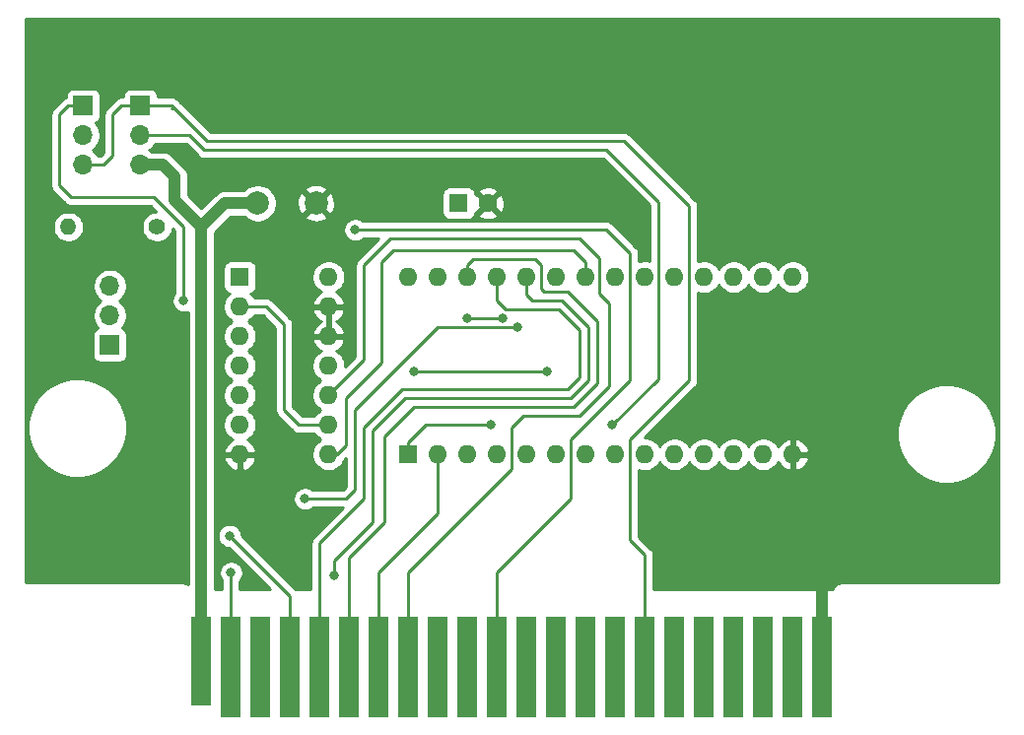
<source format=gbr>
%TF.GenerationSoftware,KiCad,Pcbnew,(5.1.9-0-10_14)*%
%TF.CreationDate,2022-01-29T10:24:00+00:00*%
%TF.ProjectId,SimpleRamFlashCartridge,53696d70-6c65-4526-916d-466c61736843,rev?*%
%TF.SameCoordinates,Original*%
%TF.FileFunction,Copper,L1,Top*%
%TF.FilePolarity,Positive*%
%FSLAX46Y46*%
G04 Gerber Fmt 4.6, Leading zero omitted, Abs format (unit mm)*
G04 Created by KiCad (PCBNEW (5.1.9-0-10_14)) date 2022-01-29 10:24:00*
%MOMM*%
%LPD*%
G01*
G04 APERTURE LIST*
%TA.AperFunction,ComponentPad*%
%ADD10C,1.600000*%
%TD*%
%TA.AperFunction,ComponentPad*%
%ADD11R,1.600000X1.600000*%
%TD*%
%TA.AperFunction,ComponentPad*%
%ADD12O,1.400000X1.400000*%
%TD*%
%TA.AperFunction,ComponentPad*%
%ADD13C,1.400000*%
%TD*%
%TA.AperFunction,ComponentPad*%
%ADD14O,1.600000X1.600000*%
%TD*%
%TA.AperFunction,ComponentPad*%
%ADD15O,1.700000X1.700000*%
%TD*%
%TA.AperFunction,ComponentPad*%
%ADD16R,1.700000X1.700000*%
%TD*%
%TA.AperFunction,ConnectorPad*%
%ADD17R,1.778000X8.636000*%
%TD*%
%TA.AperFunction,ConnectorPad*%
%ADD18R,1.778000X7.620000*%
%TD*%
%TA.AperFunction,ComponentPad*%
%ADD19C,2.000000*%
%TD*%
%TA.AperFunction,ViaPad*%
%ADD20C,0.800000*%
%TD*%
%TA.AperFunction,Conductor*%
%ADD21C,1.000000*%
%TD*%
%TA.AperFunction,Conductor*%
%ADD22C,0.250000*%
%TD*%
%TA.AperFunction,Conductor*%
%ADD23C,0.254000*%
%TD*%
%TA.AperFunction,Conductor*%
%ADD24C,0.100000*%
%TD*%
G04 APERTURE END LIST*
D10*
%TO.P,C2,2*%
%TO.N,GND*%
X193254000Y-82550000D03*
D11*
%TO.P,C2,1*%
%TO.N,+5V*%
X190754000Y-82550000D03*
%TD*%
D12*
%TO.P,R1,2*%
%TO.N,Net-(J3-Pad2)*%
X157226000Y-84582000D03*
D13*
%TO.P,R1,1*%
%TO.N,+5V*%
X164846000Y-84582000D03*
%TD*%
D14*
%TO.P,U2,28*%
%TO.N,+5V*%
X186436000Y-88900000D03*
%TO.P,U2,14*%
%TO.N,GND*%
X219456000Y-104140000D03*
%TO.P,U2,27*%
%TO.N,Net-(J3-Pad2)*%
X188976000Y-88900000D03*
%TO.P,U2,13*%
%TO.N,/D2*%
X216916000Y-104140000D03*
%TO.P,U2,26*%
%TO.N,/A13*%
X191516000Y-88900000D03*
%TO.P,U2,12*%
%TO.N,/D1*%
X214376000Y-104140000D03*
%TO.P,U2,25*%
%TO.N,/A8*%
X194056000Y-88900000D03*
%TO.P,U2,11*%
%TO.N,/D0*%
X211836000Y-104140000D03*
%TO.P,U2,24*%
%TO.N,/A9*%
X196596000Y-88900000D03*
%TO.P,U2,10*%
%TO.N,/BA0*%
X209296000Y-104140000D03*
%TO.P,U2,23*%
%TO.N,/A11*%
X199136000Y-88900000D03*
%TO.P,U2,9*%
%TO.N,/BA1*%
X206756000Y-104140000D03*
%TO.P,U2,22*%
%TO.N,NRD*%
X201676000Y-88900000D03*
%TO.P,U2,8*%
%TO.N,/BA2*%
X204216000Y-104140000D03*
%TO.P,U2,21*%
%TO.N,/A10*%
X204216000Y-88900000D03*
%TO.P,U2,7*%
%TO.N,/BA3*%
X201676000Y-104140000D03*
%TO.P,U2,20*%
%TO.N,ROM*%
X206756000Y-88900000D03*
%TO.P,U2,6*%
%TO.N,/BA4*%
X199136000Y-104140000D03*
%TO.P,U2,19*%
%TO.N,/D7*%
X209296000Y-88900000D03*
%TO.P,U2,5*%
%TO.N,/BA5*%
X196596000Y-104140000D03*
%TO.P,U2,18*%
%TO.N,/D6*%
X211836000Y-88900000D03*
%TO.P,U2,4*%
%TO.N,/BA6*%
X194056000Y-104140000D03*
%TO.P,U2,17*%
%TO.N,/D5*%
X214376000Y-88900000D03*
%TO.P,U2,3*%
%TO.N,/BA7*%
X191516000Y-104140000D03*
%TO.P,U2,16*%
%TO.N,/D4*%
X216916000Y-88900000D03*
%TO.P,U2,2*%
%TO.N,/A12*%
X188976000Y-104140000D03*
%TO.P,U2,15*%
%TO.N,/D3*%
X219456000Y-88900000D03*
D11*
%TO.P,U2,1*%
%TO.N,Net-(J4-Pad2)*%
X186436000Y-104140000D03*
%TD*%
D15*
%TO.P,J4,3*%
%TO.N,+5V*%
X163400000Y-79248000D03*
%TO.P,J4,2*%
%TO.N,Net-(J4-Pad2)*%
X163400000Y-76708000D03*
D16*
%TO.P,J4,1*%
%TO.N,QA*%
X163400000Y-74168000D03*
%TD*%
D15*
%TO.P,J3,3*%
%TO.N,QA*%
X158496000Y-79248000D03*
%TO.P,J3,2*%
%TO.N,Net-(J3-Pad2)*%
X158496000Y-76708000D03*
D16*
%TO.P,J3,1*%
%TO.N,NWE*%
X158496000Y-74168000D03*
%TD*%
D17*
%TO.P,CON1,a22*%
%TO.N,GND*%
X221996000Y-122424000D03*
%TO.P,CON1,a21*%
%TO.N,Net-(CON1-Pada21)*%
X219456000Y-122424000D03*
%TO.P,CON1,a20*%
%TO.N,Net-(CON1-Pada20)*%
X216916000Y-122424000D03*
%TO.P,CON1,a19*%
%TO.N,Net-(CON1-Pada19)*%
X214376000Y-122424000D03*
%TO.P,CON1,a18*%
%TO.N,Net-(CON1-Pada18)*%
X211836000Y-122424000D03*
%TO.P,CON1,a17*%
%TO.N,Net-(CON1-Pada17)*%
X209296000Y-122424000D03*
%TO.P,CON1,a16*%
%TO.N,QA*%
X206756000Y-122424000D03*
%TO.P,CON1,a15*%
%TO.N,Net-(CON1-Pada15)*%
X204216000Y-122424000D03*
%TO.P,CON1,a14*%
%TO.N,Net-(CON1-Pada14)*%
X201676000Y-122424000D03*
%TO.P,CON1,a13*%
%TO.N,Net-(CON1-Pada13)*%
X199136000Y-122424000D03*
%TO.P,CON1,a12*%
%TO.N,Net-(CON1-Pada12)*%
X196596000Y-122424000D03*
%TO.P,CON1,a11*%
%TO.N,/M_RW*%
X194056000Y-122424000D03*
%TO.P,CON1,a10*%
%TO.N,Net-(CON1-Pada10)*%
X191516000Y-122424000D03*
%TO.P,CON1,a9*%
%TO.N,Net-(CON1-Pada9)*%
X188976000Y-122424000D03*
%TO.P,CON1,a8*%
%TO.N,PHI2*%
X186436000Y-122424000D03*
%TO.P,CON1,a7*%
%TO.N,/A12*%
X183896000Y-122424000D03*
%TO.P,CON1,a6*%
%TO.N,/A13*%
X181356000Y-122424000D03*
%TO.P,CON1,a5*%
%TO.N,/A8*%
X178816000Y-122424000D03*
%TO.P,CON1,a4*%
%TO.N,/E_RW*%
X176276000Y-122424000D03*
%TO.P,CON1,a3*%
%TO.N,Net-(CON1-Pada3)*%
X173736000Y-122424000D03*
%TO.P,CON1,a2*%
%TO.N,ROM*%
X171196000Y-122424000D03*
D18*
%TO.P,CON1,a1*%
%TO.N,+5V*%
X168656000Y-121916000D03*
%TD*%
D14*
%TO.P,U1,14*%
%TO.N,+5V*%
X179578000Y-88900000D03*
%TO.P,U1,7*%
%TO.N,GND*%
X171958000Y-104140000D03*
%TO.P,U1,13*%
X179578000Y-91440000D03*
%TO.P,U1,6*%
%TO.N,NWE*%
X171958000Y-101600000D03*
%TO.P,U1,12*%
%TO.N,GND*%
X179578000Y-93980000D03*
%TO.P,U1,5*%
%TO.N,PHI2*%
X171958000Y-99060000D03*
%TO.P,U1,11*%
%TO.N,Net-(U1-Pad11)*%
X179578000Y-96520000D03*
%TO.P,U1,4*%
%TO.N,Net-(U1-Pad3)*%
X171958000Y-96520000D03*
%TO.P,U1,10*%
%TO.N,PHI2*%
X179578000Y-99060000D03*
%TO.P,U1,3*%
%TO.N,Net-(U1-Pad3)*%
X171958000Y-93980000D03*
%TO.P,U1,9*%
%TO.N,RW*%
X179578000Y-101600000D03*
%TO.P,U1,2*%
X171958000Y-91440000D03*
%TO.P,U1,8*%
%TO.N,NRD*%
X179578000Y-104140000D03*
D11*
%TO.P,U1,1*%
%TO.N,RW*%
X171958000Y-88900000D03*
%TD*%
D15*
%TO.P,J2,3*%
%TO.N,/M_RW*%
X160782000Y-89662000D03*
%TO.P,J2,2*%
%TO.N,RW*%
X160782000Y-92202000D03*
D16*
%TO.P,J2,1*%
%TO.N,/E_RW*%
X160782000Y-94742000D03*
%TD*%
D19*
%TO.P,C1,2*%
%TO.N,GND*%
X178482000Y-82550000D03*
%TO.P,C1,1*%
%TO.N,+5V*%
X173482000Y-82550000D03*
%TD*%
D20*
%TO.N,GND*%
X175514000Y-86614000D03*
X185420000Y-80772000D03*
X169418000Y-80518000D03*
%TO.N,+5V*%
X168656000Y-112268000D03*
%TO.N,/M_RW*%
X181864000Y-84836000D03*
%TO.N,/E_RW*%
X171069000Y-111125000D03*
%TO.N,ROM*%
X195834000Y-93218000D03*
X177546000Y-107950000D03*
X171196000Y-114300000D03*
%TO.N,/A9*%
X180086000Y-114554000D03*
%TO.N,/A10*%
X194564000Y-92456000D03*
X191516000Y-92456000D03*
%TO.N,/D3*%
X198374000Y-97028000D03*
X186944000Y-97028000D03*
%TO.N,NWE*%
X167132000Y-90932000D03*
%TO.N,Net-(J4-Pad2)*%
X203962000Y-101600000D03*
X193548000Y-101600000D03*
%TD*%
D21*
%TO.N,GND*%
X221996000Y-122424000D02*
X221996000Y-113284000D01*
%TO.N,+5V*%
X173482000Y-82550000D02*
X170688000Y-82550000D01*
X170688000Y-82550000D02*
X168656000Y-84582000D01*
X168656000Y-84582000D02*
X168656000Y-121666000D01*
X168656000Y-84582000D02*
X166370000Y-82296000D01*
X166370000Y-82296000D02*
X166370000Y-80518000D01*
X166370000Y-80518000D02*
X166370000Y-80264000D01*
X166370000Y-80264000D02*
X165354000Y-79248000D01*
X165354000Y-79248000D02*
X163322000Y-79248000D01*
D22*
%TO.N,QA*%
X206756000Y-122424000D02*
X206756000Y-112776000D01*
X206756000Y-112776000D02*
X205486000Y-111506000D01*
X205486000Y-111506000D02*
X205486000Y-102870000D01*
X205486000Y-102870000D02*
X210566000Y-97790000D01*
X210566000Y-97790000D02*
X210566000Y-82804000D01*
X210566000Y-82804000D02*
X207518000Y-79756000D01*
X207518000Y-79756000D02*
X204978000Y-77216000D01*
X204978000Y-77216000D02*
X169164000Y-77216000D01*
X169164000Y-77216000D02*
X166370000Y-74422000D01*
X166370000Y-74422000D02*
X166116000Y-74422000D01*
X166116000Y-74168000D02*
X166370000Y-74422000D01*
X163400000Y-74168000D02*
X166116000Y-74168000D01*
X158750000Y-79756000D02*
X158750000Y-78994000D01*
X163400000Y-74168000D02*
X162052000Y-74168000D01*
X162052000Y-74168000D02*
X161798000Y-74168000D01*
X161798000Y-74168000D02*
X161036000Y-74930000D01*
X161036000Y-74930000D02*
X161036000Y-78486000D01*
X161036000Y-78486000D02*
X160274000Y-79248000D01*
X160274000Y-79248000D02*
X158496000Y-79248000D01*
%TO.N,/M_RW*%
X203454000Y-84836000D02*
X181864000Y-84836000D01*
X203765990Y-85147990D02*
X203454000Y-84836000D01*
X205486000Y-86868000D02*
X203765990Y-85147990D01*
X205486000Y-97790000D02*
X205486000Y-86868000D01*
X200406000Y-102870000D02*
X205486000Y-97790000D01*
X200406000Y-107950000D02*
X200406000Y-102870000D01*
X194056000Y-114300000D02*
X200406000Y-107950000D01*
X194056000Y-122424000D02*
X194056000Y-114300000D01*
%TO.N,/A12*%
X183896000Y-122424000D02*
X183896000Y-114300000D01*
X183896000Y-114300000D02*
X188976000Y-109220000D01*
X188976000Y-109220000D02*
X188976000Y-104140000D01*
%TO.N,/A13*%
X191516000Y-88900000D02*
X191516000Y-87884000D01*
X191516000Y-87884000D02*
X192024000Y-87376000D01*
X192024000Y-87376000D02*
X197358000Y-87376000D01*
X197358000Y-87376000D02*
X197866000Y-87884000D01*
X197866000Y-87884000D02*
X197866000Y-89916000D01*
X197866000Y-89916000D02*
X198120000Y-90170000D01*
X198120000Y-90170000D02*
X200152000Y-90170000D01*
X200152000Y-90170000D02*
X202692000Y-92710000D01*
X202692000Y-92710000D02*
X202692000Y-98044000D01*
X202692000Y-98044000D02*
X200660000Y-100076000D01*
X200660000Y-100076000D02*
X186944000Y-100076000D01*
X186944000Y-100076000D02*
X184404000Y-102616000D01*
X184404000Y-102616000D02*
X184404000Y-109982000D01*
X184404000Y-109982000D02*
X181356000Y-113030000D01*
X181356000Y-113030000D02*
X181356000Y-122174000D01*
%TO.N,/A8*%
X194818000Y-91694000D02*
X194056000Y-90932000D01*
X199390000Y-91694000D02*
X194818000Y-91694000D01*
X201168000Y-97536000D02*
X201168000Y-93472000D01*
X200152000Y-98552000D02*
X201168000Y-97536000D01*
X194056000Y-90932000D02*
X194056000Y-88900000D01*
X201168000Y-93472000D02*
X199390000Y-91694000D01*
X178816000Y-122424000D02*
X178816000Y-114554000D01*
X178816000Y-114554000D02*
X178816000Y-114300000D01*
X185928000Y-98552000D02*
X187198000Y-98552000D01*
X182626000Y-101854000D02*
X185928000Y-98552000D01*
X182626000Y-107950000D02*
X182626000Y-101854000D01*
X178816000Y-111760000D02*
X182626000Y-107950000D01*
X178816000Y-114554000D02*
X178816000Y-111760000D01*
X187198000Y-98552000D02*
X200152000Y-98552000D01*
X186944000Y-98552000D02*
X187198000Y-98552000D01*
%TO.N,/E_RW*%
X176276000Y-122424000D02*
X176276000Y-116332000D01*
X176276000Y-116332000D02*
X171069000Y-111125000D01*
%TO.N,ROM*%
X171196000Y-116586000D02*
X171196000Y-116586000D01*
X188976000Y-93218000D02*
X195834000Y-93218000D01*
X188976000Y-93218000D02*
X181864000Y-100330000D01*
X181864000Y-107188000D02*
X181102000Y-107950000D01*
X181102000Y-107950000D02*
X179578000Y-107950000D01*
X171196000Y-116332000D02*
X171196000Y-116840000D01*
X171196000Y-116840000D02*
X171196000Y-116586000D01*
X171196000Y-122424000D02*
X171196000Y-116840000D01*
X171196000Y-116332000D02*
X171196000Y-114300000D01*
X179578000Y-107950000D02*
X177546000Y-107950000D01*
X177546000Y-107950000D02*
X177546000Y-107950000D01*
X171196000Y-114300000D02*
X171196000Y-114300000D01*
X181864000Y-100330000D02*
X181864000Y-107188000D01*
%TO.N,/A9*%
X183388000Y-102108000D02*
X183388000Y-109982000D01*
X200406000Y-99314000D02*
X186182000Y-99314000D01*
X201930000Y-97790000D02*
X200406000Y-99314000D01*
X180086000Y-113284000D02*
X180086000Y-114554000D01*
X199644000Y-90932000D02*
X201930000Y-93218000D01*
X183388000Y-109982000D02*
X180086000Y-113284000D01*
X196596000Y-90424000D02*
X197104000Y-90932000D01*
X197104000Y-90932000D02*
X199644000Y-90932000D01*
X186182000Y-99314000D02*
X183388000Y-102108000D01*
X201930000Y-93218000D02*
X201930000Y-97790000D01*
X196596000Y-88900000D02*
X196596000Y-90424000D01*
%TO.N,/A10*%
X194564000Y-92456000D02*
X191516000Y-92456000D01*
X191516000Y-92456000D02*
X191516000Y-92456000D01*
%TO.N,/D3*%
X186944000Y-97028000D02*
X198374000Y-97028000D01*
%TO.N,NWE*%
X167132000Y-90932000D02*
X167132000Y-84582000D01*
X167132000Y-84582000D02*
X164592000Y-82042000D01*
X164592000Y-82042000D02*
X160020000Y-82042000D01*
X160020000Y-82042000D02*
X157480000Y-82042000D01*
X157480000Y-82042000D02*
X156464000Y-81026000D01*
X156464000Y-81026000D02*
X156464000Y-74930000D01*
X156464000Y-74930000D02*
X157226000Y-74168000D01*
X157226000Y-74168000D02*
X158496000Y-74168000D01*
%TO.N,NRD*%
X179578000Y-104140000D02*
X180340000Y-104140000D01*
X180340000Y-104140000D02*
X181102000Y-103378000D01*
X181102000Y-103378000D02*
X181102000Y-99314000D01*
X181102000Y-99314000D02*
X184150000Y-96266000D01*
X184150000Y-96266000D02*
X184150000Y-87630000D01*
X184150000Y-87630000D02*
X185166000Y-86614000D01*
X185166000Y-86614000D02*
X200406000Y-86614000D01*
X200406000Y-86614000D02*
X200660000Y-86614000D01*
X200660000Y-86614000D02*
X201676000Y-87630000D01*
X201676000Y-87630000D02*
X201676000Y-88900000D01*
%TO.N,PHI2*%
X179578000Y-99060000D02*
X179324000Y-99060000D01*
X195326000Y-105410000D02*
X186436000Y-114300000D01*
X195326000Y-101854000D02*
X195326000Y-105410000D01*
X203708000Y-91186000D02*
X203708000Y-98298000D01*
X179578000Y-99060000D02*
X182626000Y-96012000D01*
X202801001Y-87231001D02*
X202801001Y-90279001D01*
X182626000Y-87884000D02*
X184912000Y-85598000D01*
X186436000Y-114300000D02*
X186436000Y-122424000D01*
X201168000Y-85598000D02*
X202801001Y-87231001D01*
X184912000Y-85598000D02*
X201168000Y-85598000D01*
X196342000Y-100838000D02*
X195326000Y-101854000D01*
X203708000Y-98298000D02*
X201168000Y-100838000D01*
X182626000Y-96012000D02*
X182626000Y-87884000D01*
X201168000Y-100838000D02*
X196342000Y-100838000D01*
X202801001Y-90279001D02*
X203708000Y-91186000D01*
%TO.N,RW*%
X171958000Y-91440000D02*
X174244000Y-91440000D01*
X174244000Y-91440000D02*
X175768000Y-92964000D01*
X175768000Y-92964000D02*
X175768000Y-100330000D01*
X175768000Y-100330000D02*
X177038000Y-101600000D01*
X177038000Y-101600000D02*
X179832000Y-101600000D01*
X179832000Y-101600000D02*
X179832000Y-102108000D01*
%TO.N,Net-(J4-Pad2)*%
X203962000Y-101600000D02*
X203962000Y-101600000D01*
X193548000Y-101600000D02*
X187960000Y-101600000D01*
X187960000Y-101600000D02*
X186436000Y-103124000D01*
X186436000Y-103124000D02*
X186436000Y-103886000D01*
X186436000Y-103886000D02*
X186690000Y-104140000D01*
X166116000Y-76708000D02*
X163400000Y-76708000D01*
X167640000Y-76708000D02*
X166116000Y-76708000D01*
X207881001Y-97680999D02*
X207881001Y-82405001D01*
X168910000Y-77978000D02*
X167640000Y-76708000D01*
X203454000Y-77978000D02*
X168910000Y-77978000D01*
X207881001Y-82405001D02*
X203454000Y-77978000D01*
X203962000Y-101600000D02*
X207881001Y-97680999D01*
%TD*%
D23*
%TO.N,GND*%
X237084001Y-115164000D02*
X223552419Y-115164000D01*
X223520000Y-115160807D01*
X223487581Y-115164000D01*
X223390617Y-115173550D01*
X223266207Y-115211290D01*
X223151550Y-115272575D01*
X223051052Y-115355052D01*
X222968575Y-115455550D01*
X222907290Y-115570207D01*
X222869550Y-115694617D01*
X222869315Y-115697000D01*
X207516000Y-115697000D01*
X207516000Y-112813322D01*
X207519676Y-112775999D01*
X207516000Y-112738676D01*
X207516000Y-112738667D01*
X207505003Y-112627014D01*
X207461546Y-112483753D01*
X207390974Y-112351724D01*
X207296001Y-112235999D01*
X207267003Y-112212201D01*
X206246000Y-111191199D01*
X206246000Y-105481983D01*
X206337426Y-105519853D01*
X206614665Y-105575000D01*
X206897335Y-105575000D01*
X207174574Y-105519853D01*
X207435727Y-105411680D01*
X207670759Y-105254637D01*
X207870637Y-105054759D01*
X208026000Y-104822241D01*
X208181363Y-105054759D01*
X208381241Y-105254637D01*
X208616273Y-105411680D01*
X208877426Y-105519853D01*
X209154665Y-105575000D01*
X209437335Y-105575000D01*
X209714574Y-105519853D01*
X209975727Y-105411680D01*
X210210759Y-105254637D01*
X210410637Y-105054759D01*
X210566000Y-104822241D01*
X210721363Y-105054759D01*
X210921241Y-105254637D01*
X211156273Y-105411680D01*
X211417426Y-105519853D01*
X211694665Y-105575000D01*
X211977335Y-105575000D01*
X212254574Y-105519853D01*
X212515727Y-105411680D01*
X212750759Y-105254637D01*
X212950637Y-105054759D01*
X213106000Y-104822241D01*
X213261363Y-105054759D01*
X213461241Y-105254637D01*
X213696273Y-105411680D01*
X213957426Y-105519853D01*
X214234665Y-105575000D01*
X214517335Y-105575000D01*
X214794574Y-105519853D01*
X215055727Y-105411680D01*
X215290759Y-105254637D01*
X215490637Y-105054759D01*
X215646000Y-104822241D01*
X215801363Y-105054759D01*
X216001241Y-105254637D01*
X216236273Y-105411680D01*
X216497426Y-105519853D01*
X216774665Y-105575000D01*
X217057335Y-105575000D01*
X217334574Y-105519853D01*
X217595727Y-105411680D01*
X217830759Y-105254637D01*
X218030637Y-105054759D01*
X218187680Y-104819727D01*
X218192067Y-104809135D01*
X218303615Y-104995131D01*
X218492586Y-105203519D01*
X218718580Y-105371037D01*
X218972913Y-105491246D01*
X219106961Y-105531904D01*
X219329000Y-105409915D01*
X219329000Y-104267000D01*
X219583000Y-104267000D01*
X219583000Y-105409915D01*
X219805039Y-105531904D01*
X219939087Y-105491246D01*
X220193420Y-105371037D01*
X220419414Y-105203519D01*
X220608385Y-104995131D01*
X220753070Y-104753881D01*
X220847909Y-104489040D01*
X220726624Y-104267000D01*
X219583000Y-104267000D01*
X219329000Y-104267000D01*
X219309000Y-104267000D01*
X219309000Y-104013000D01*
X219329000Y-104013000D01*
X219329000Y-102870085D01*
X219583000Y-102870085D01*
X219583000Y-104013000D01*
X220726624Y-104013000D01*
X220847909Y-103790960D01*
X220753070Y-103526119D01*
X220608385Y-103284869D01*
X220419414Y-103076481D01*
X220193420Y-102908963D01*
X219939087Y-102788754D01*
X219805039Y-102748096D01*
X219583000Y-102870085D01*
X219329000Y-102870085D01*
X219106961Y-102748096D01*
X218972913Y-102788754D01*
X218718580Y-102908963D01*
X218492586Y-103076481D01*
X218303615Y-103284869D01*
X218192067Y-103470865D01*
X218187680Y-103460273D01*
X218030637Y-103225241D01*
X217830759Y-103025363D01*
X217595727Y-102868320D01*
X217334574Y-102760147D01*
X217057335Y-102705000D01*
X216774665Y-102705000D01*
X216497426Y-102760147D01*
X216236273Y-102868320D01*
X216001241Y-103025363D01*
X215801363Y-103225241D01*
X215646000Y-103457759D01*
X215490637Y-103225241D01*
X215290759Y-103025363D01*
X215055727Y-102868320D01*
X214794574Y-102760147D01*
X214517335Y-102705000D01*
X214234665Y-102705000D01*
X213957426Y-102760147D01*
X213696273Y-102868320D01*
X213461241Y-103025363D01*
X213261363Y-103225241D01*
X213106000Y-103457759D01*
X212950637Y-103225241D01*
X212750759Y-103025363D01*
X212515727Y-102868320D01*
X212254574Y-102760147D01*
X211977335Y-102705000D01*
X211694665Y-102705000D01*
X211417426Y-102760147D01*
X211156273Y-102868320D01*
X210921241Y-103025363D01*
X210721363Y-103225241D01*
X210566000Y-103457759D01*
X210410637Y-103225241D01*
X210210759Y-103025363D01*
X209975727Y-102868320D01*
X209714574Y-102760147D01*
X209437335Y-102705000D01*
X209154665Y-102705000D01*
X208877426Y-102760147D01*
X208616273Y-102868320D01*
X208381241Y-103025363D01*
X208181363Y-103225241D01*
X208026000Y-103457759D01*
X207870637Y-103225241D01*
X207670759Y-103025363D01*
X207435727Y-102868320D01*
X207174574Y-102760147D01*
X206897335Y-102705000D01*
X206725801Y-102705000D01*
X207489296Y-101941505D01*
X228394640Y-101941505D01*
X228394640Y-102782495D01*
X228558709Y-103607326D01*
X228880542Y-104384300D01*
X229347771Y-105083559D01*
X229942441Y-105678229D01*
X230641700Y-106145458D01*
X231418674Y-106467291D01*
X232243505Y-106631360D01*
X233084495Y-106631360D01*
X233909326Y-106467291D01*
X234686300Y-106145458D01*
X235385559Y-105678229D01*
X235980229Y-105083559D01*
X236447458Y-104384300D01*
X236769291Y-103607326D01*
X236933360Y-102782495D01*
X236933360Y-101941505D01*
X236769291Y-101116674D01*
X236447458Y-100339700D01*
X235980229Y-99640441D01*
X235385559Y-99045771D01*
X234686300Y-98578542D01*
X233909326Y-98256709D01*
X233084495Y-98092640D01*
X232243505Y-98092640D01*
X231418674Y-98256709D01*
X230641700Y-98578542D01*
X229942441Y-99045771D01*
X229347771Y-99640441D01*
X228880542Y-100339700D01*
X228558709Y-101116674D01*
X228394640Y-101941505D01*
X207489296Y-101941505D01*
X211077004Y-98353798D01*
X211106001Y-98330001D01*
X211142930Y-98285003D01*
X211200974Y-98214277D01*
X211271546Y-98082247D01*
X211283148Y-98044000D01*
X211315003Y-97938986D01*
X211326000Y-97827333D01*
X211326000Y-97827323D01*
X211329676Y-97790000D01*
X211326000Y-97752677D01*
X211326000Y-90241983D01*
X211417426Y-90279853D01*
X211694665Y-90335000D01*
X211977335Y-90335000D01*
X212254574Y-90279853D01*
X212515727Y-90171680D01*
X212750759Y-90014637D01*
X212950637Y-89814759D01*
X213106000Y-89582241D01*
X213261363Y-89814759D01*
X213461241Y-90014637D01*
X213696273Y-90171680D01*
X213957426Y-90279853D01*
X214234665Y-90335000D01*
X214517335Y-90335000D01*
X214794574Y-90279853D01*
X215055727Y-90171680D01*
X215290759Y-90014637D01*
X215490637Y-89814759D01*
X215646000Y-89582241D01*
X215801363Y-89814759D01*
X216001241Y-90014637D01*
X216236273Y-90171680D01*
X216497426Y-90279853D01*
X216774665Y-90335000D01*
X217057335Y-90335000D01*
X217334574Y-90279853D01*
X217595727Y-90171680D01*
X217830759Y-90014637D01*
X218030637Y-89814759D01*
X218186000Y-89582241D01*
X218341363Y-89814759D01*
X218541241Y-90014637D01*
X218776273Y-90171680D01*
X219037426Y-90279853D01*
X219314665Y-90335000D01*
X219597335Y-90335000D01*
X219874574Y-90279853D01*
X220135727Y-90171680D01*
X220370759Y-90014637D01*
X220570637Y-89814759D01*
X220727680Y-89579727D01*
X220835853Y-89318574D01*
X220891000Y-89041335D01*
X220891000Y-88758665D01*
X220835853Y-88481426D01*
X220727680Y-88220273D01*
X220570637Y-87985241D01*
X220370759Y-87785363D01*
X220135727Y-87628320D01*
X219874574Y-87520147D01*
X219597335Y-87465000D01*
X219314665Y-87465000D01*
X219037426Y-87520147D01*
X218776273Y-87628320D01*
X218541241Y-87785363D01*
X218341363Y-87985241D01*
X218186000Y-88217759D01*
X218030637Y-87985241D01*
X217830759Y-87785363D01*
X217595727Y-87628320D01*
X217334574Y-87520147D01*
X217057335Y-87465000D01*
X216774665Y-87465000D01*
X216497426Y-87520147D01*
X216236273Y-87628320D01*
X216001241Y-87785363D01*
X215801363Y-87985241D01*
X215646000Y-88217759D01*
X215490637Y-87985241D01*
X215290759Y-87785363D01*
X215055727Y-87628320D01*
X214794574Y-87520147D01*
X214517335Y-87465000D01*
X214234665Y-87465000D01*
X213957426Y-87520147D01*
X213696273Y-87628320D01*
X213461241Y-87785363D01*
X213261363Y-87985241D01*
X213106000Y-88217759D01*
X212950637Y-87985241D01*
X212750759Y-87785363D01*
X212515727Y-87628320D01*
X212254574Y-87520147D01*
X211977335Y-87465000D01*
X211694665Y-87465000D01*
X211417426Y-87520147D01*
X211326000Y-87558017D01*
X211326000Y-82841323D01*
X211329676Y-82804000D01*
X211326000Y-82766677D01*
X211326000Y-82766667D01*
X211315003Y-82655014D01*
X211271546Y-82511753D01*
X211205915Y-82388967D01*
X211200974Y-82379723D01*
X211129799Y-82292997D01*
X211106001Y-82263999D01*
X211077003Y-82240201D01*
X208081808Y-79245007D01*
X208081799Y-79244996D01*
X205541804Y-76705003D01*
X205518001Y-76675999D01*
X205402276Y-76581026D01*
X205270247Y-76510454D01*
X205126986Y-76466997D01*
X205015333Y-76456000D01*
X205015322Y-76456000D01*
X204978000Y-76452324D01*
X204940678Y-76456000D01*
X169478802Y-76456000D01*
X166933804Y-73911003D01*
X166910001Y-73881999D01*
X166880997Y-73858196D01*
X166679804Y-73657003D01*
X166656001Y-73627999D01*
X166540276Y-73533026D01*
X166408247Y-73462454D01*
X166264986Y-73418997D01*
X166153333Y-73408000D01*
X166153322Y-73408000D01*
X166116000Y-73404324D01*
X166078678Y-73408000D01*
X164888072Y-73408000D01*
X164888072Y-73318000D01*
X164875812Y-73193518D01*
X164839502Y-73073820D01*
X164780537Y-72963506D01*
X164701185Y-72866815D01*
X164604494Y-72787463D01*
X164494180Y-72728498D01*
X164374482Y-72692188D01*
X164250000Y-72679928D01*
X162550000Y-72679928D01*
X162425518Y-72692188D01*
X162305820Y-72728498D01*
X162195506Y-72787463D01*
X162098815Y-72866815D01*
X162019463Y-72963506D01*
X161960498Y-73073820D01*
X161924188Y-73193518D01*
X161911928Y-73318000D01*
X161911928Y-73408000D01*
X161835325Y-73408000D01*
X161798000Y-73404324D01*
X161760675Y-73408000D01*
X161760667Y-73408000D01*
X161649014Y-73418997D01*
X161505753Y-73462454D01*
X161373724Y-73533026D01*
X161257999Y-73627999D01*
X161234201Y-73656998D01*
X160525002Y-74366197D01*
X160495999Y-74389999D01*
X160469738Y-74421999D01*
X160401026Y-74505724D01*
X160354763Y-74592276D01*
X160330454Y-74637754D01*
X160286997Y-74781015D01*
X160276000Y-74892668D01*
X160276000Y-74892678D01*
X160272324Y-74930000D01*
X160276000Y-74967323D01*
X160276001Y-78171197D01*
X159959199Y-78488000D01*
X159774178Y-78488000D01*
X159649475Y-78301368D01*
X159442632Y-78094525D01*
X159268240Y-77978000D01*
X159442632Y-77861475D01*
X159649475Y-77654632D01*
X159811990Y-77411411D01*
X159923932Y-77141158D01*
X159981000Y-76854260D01*
X159981000Y-76561740D01*
X159923932Y-76274842D01*
X159811990Y-76004589D01*
X159649475Y-75761368D01*
X159517620Y-75629513D01*
X159590180Y-75607502D01*
X159700494Y-75548537D01*
X159797185Y-75469185D01*
X159876537Y-75372494D01*
X159935502Y-75262180D01*
X159971812Y-75142482D01*
X159984072Y-75018000D01*
X159984072Y-73318000D01*
X159971812Y-73193518D01*
X159935502Y-73073820D01*
X159876537Y-72963506D01*
X159797185Y-72866815D01*
X159700494Y-72787463D01*
X159590180Y-72728498D01*
X159470482Y-72692188D01*
X159346000Y-72679928D01*
X157646000Y-72679928D01*
X157521518Y-72692188D01*
X157401820Y-72728498D01*
X157291506Y-72787463D01*
X157194815Y-72866815D01*
X157115463Y-72963506D01*
X157056498Y-73073820D01*
X157020188Y-73193518D01*
X157007928Y-73318000D01*
X157007928Y-73439954D01*
X156933753Y-73462454D01*
X156801724Y-73533026D01*
X156685999Y-73627999D01*
X156662201Y-73656998D01*
X155952998Y-74366201D01*
X155924000Y-74389999D01*
X155900202Y-74418997D01*
X155900201Y-74418998D01*
X155829026Y-74505724D01*
X155758454Y-74637754D01*
X155714998Y-74781015D01*
X155700324Y-74930000D01*
X155704001Y-74967332D01*
X155704000Y-80988677D01*
X155700324Y-81026000D01*
X155704000Y-81063322D01*
X155704000Y-81063332D01*
X155714997Y-81174985D01*
X155758281Y-81317676D01*
X155758454Y-81318246D01*
X155829026Y-81450276D01*
X155866817Y-81496324D01*
X155923999Y-81566001D01*
X155953002Y-81589804D01*
X156916200Y-82553002D01*
X156939999Y-82582001D01*
X156968997Y-82605799D01*
X157055723Y-82676974D01*
X157154188Y-82729605D01*
X157187753Y-82747546D01*
X157331014Y-82791003D01*
X157442667Y-82802000D01*
X157442677Y-82802000D01*
X157480000Y-82805676D01*
X157517322Y-82802000D01*
X164277199Y-82802000D01*
X164722198Y-83247000D01*
X164714514Y-83247000D01*
X164456595Y-83298304D01*
X164213641Y-83398939D01*
X163994987Y-83545038D01*
X163809038Y-83730987D01*
X163662939Y-83949641D01*
X163562304Y-84192595D01*
X163511000Y-84450514D01*
X163511000Y-84713486D01*
X163562304Y-84971405D01*
X163662939Y-85214359D01*
X163809038Y-85433013D01*
X163994987Y-85618962D01*
X164213641Y-85765061D01*
X164456595Y-85865696D01*
X164714514Y-85917000D01*
X164977486Y-85917000D01*
X165235405Y-85865696D01*
X165478359Y-85765061D01*
X165697013Y-85618962D01*
X165882962Y-85433013D01*
X166029061Y-85214359D01*
X166129696Y-84971405D01*
X166181000Y-84713486D01*
X166181000Y-84705803D01*
X166372001Y-84896804D01*
X166372000Y-90228289D01*
X166328063Y-90272226D01*
X166214795Y-90441744D01*
X166136774Y-90630102D01*
X166097000Y-90830061D01*
X166097000Y-91033939D01*
X166136774Y-91233898D01*
X166214795Y-91422256D01*
X166328063Y-91591774D01*
X166472226Y-91735937D01*
X166641744Y-91849205D01*
X166830102Y-91927226D01*
X167030061Y-91967000D01*
X167233939Y-91967000D01*
X167433898Y-91927226D01*
X167521000Y-91891147D01*
X167521001Y-115289441D01*
X167500450Y-115272575D01*
X167385793Y-115211290D01*
X167261383Y-115173550D01*
X167164419Y-115164000D01*
X167132000Y-115160807D01*
X167099581Y-115164000D01*
X153568000Y-115164000D01*
X153568000Y-101433505D01*
X153718640Y-101433505D01*
X153718640Y-102274495D01*
X153882709Y-103099326D01*
X154204542Y-103876300D01*
X154671771Y-104575559D01*
X155266441Y-105170229D01*
X155965700Y-105637458D01*
X156742674Y-105959291D01*
X157567505Y-106123360D01*
X158408495Y-106123360D01*
X159233326Y-105959291D01*
X160010300Y-105637458D01*
X160709559Y-105170229D01*
X161304229Y-104575559D01*
X161771458Y-103876300D01*
X162093291Y-103099326D01*
X162257360Y-102274495D01*
X162257360Y-101433505D01*
X162093291Y-100608674D01*
X161771458Y-99831700D01*
X161304229Y-99132441D01*
X160709559Y-98537771D01*
X160010300Y-98070542D01*
X159233326Y-97748709D01*
X158408495Y-97584640D01*
X157567505Y-97584640D01*
X156742674Y-97748709D01*
X155965700Y-98070542D01*
X155266441Y-98537771D01*
X154671771Y-99132441D01*
X154204542Y-99831700D01*
X153882709Y-100608674D01*
X153718640Y-101433505D01*
X153568000Y-101433505D01*
X153568000Y-93892000D01*
X159293928Y-93892000D01*
X159293928Y-95592000D01*
X159306188Y-95716482D01*
X159342498Y-95836180D01*
X159401463Y-95946494D01*
X159480815Y-96043185D01*
X159577506Y-96122537D01*
X159687820Y-96181502D01*
X159807518Y-96217812D01*
X159932000Y-96230072D01*
X161632000Y-96230072D01*
X161756482Y-96217812D01*
X161876180Y-96181502D01*
X161986494Y-96122537D01*
X162083185Y-96043185D01*
X162162537Y-95946494D01*
X162221502Y-95836180D01*
X162257812Y-95716482D01*
X162270072Y-95592000D01*
X162270072Y-93892000D01*
X162257812Y-93767518D01*
X162221502Y-93647820D01*
X162162537Y-93537506D01*
X162083185Y-93440815D01*
X161986494Y-93361463D01*
X161876180Y-93302498D01*
X161803620Y-93280487D01*
X161935475Y-93148632D01*
X162097990Y-92905411D01*
X162209932Y-92635158D01*
X162267000Y-92348260D01*
X162267000Y-92055740D01*
X162209932Y-91768842D01*
X162097990Y-91498589D01*
X161935475Y-91255368D01*
X161728632Y-91048525D01*
X161554240Y-90932000D01*
X161728632Y-90815475D01*
X161935475Y-90608632D01*
X162097990Y-90365411D01*
X162209932Y-90095158D01*
X162267000Y-89808260D01*
X162267000Y-89515740D01*
X162209932Y-89228842D01*
X162097990Y-88958589D01*
X161935475Y-88715368D01*
X161728632Y-88508525D01*
X161485411Y-88346010D01*
X161215158Y-88234068D01*
X160928260Y-88177000D01*
X160635740Y-88177000D01*
X160348842Y-88234068D01*
X160078589Y-88346010D01*
X159835368Y-88508525D01*
X159628525Y-88715368D01*
X159466010Y-88958589D01*
X159354068Y-89228842D01*
X159297000Y-89515740D01*
X159297000Y-89808260D01*
X159354068Y-90095158D01*
X159466010Y-90365411D01*
X159628525Y-90608632D01*
X159835368Y-90815475D01*
X160009760Y-90932000D01*
X159835368Y-91048525D01*
X159628525Y-91255368D01*
X159466010Y-91498589D01*
X159354068Y-91768842D01*
X159297000Y-92055740D01*
X159297000Y-92348260D01*
X159354068Y-92635158D01*
X159466010Y-92905411D01*
X159628525Y-93148632D01*
X159760380Y-93280487D01*
X159687820Y-93302498D01*
X159577506Y-93361463D01*
X159480815Y-93440815D01*
X159401463Y-93537506D01*
X159342498Y-93647820D01*
X159306188Y-93767518D01*
X159293928Y-93892000D01*
X153568000Y-93892000D01*
X153568000Y-84450514D01*
X155891000Y-84450514D01*
X155891000Y-84713486D01*
X155942304Y-84971405D01*
X156042939Y-85214359D01*
X156189038Y-85433013D01*
X156374987Y-85618962D01*
X156593641Y-85765061D01*
X156836595Y-85865696D01*
X157094514Y-85917000D01*
X157357486Y-85917000D01*
X157615405Y-85865696D01*
X157858359Y-85765061D01*
X158077013Y-85618962D01*
X158262962Y-85433013D01*
X158409061Y-85214359D01*
X158509696Y-84971405D01*
X158561000Y-84713486D01*
X158561000Y-84450514D01*
X158509696Y-84192595D01*
X158409061Y-83949641D01*
X158262962Y-83730987D01*
X158077013Y-83545038D01*
X157858359Y-83398939D01*
X157615405Y-83298304D01*
X157357486Y-83247000D01*
X157094514Y-83247000D01*
X156836595Y-83298304D01*
X156593641Y-83398939D01*
X156374987Y-83545038D01*
X156189038Y-83730987D01*
X156042939Y-83949641D01*
X155942304Y-84192595D01*
X155891000Y-84450514D01*
X153568000Y-84450514D01*
X153568000Y-66700000D01*
X237084000Y-66700000D01*
X237084001Y-115164000D01*
%TA.AperFunction,Conductor*%
D24*
G36*
X237084001Y-115164000D02*
G01*
X223552419Y-115164000D01*
X223520000Y-115160807D01*
X223487581Y-115164000D01*
X223390617Y-115173550D01*
X223266207Y-115211290D01*
X223151550Y-115272575D01*
X223051052Y-115355052D01*
X222968575Y-115455550D01*
X222907290Y-115570207D01*
X222869550Y-115694617D01*
X222869315Y-115697000D01*
X207516000Y-115697000D01*
X207516000Y-112813322D01*
X207519676Y-112775999D01*
X207516000Y-112738676D01*
X207516000Y-112738667D01*
X207505003Y-112627014D01*
X207461546Y-112483753D01*
X207390974Y-112351724D01*
X207296001Y-112235999D01*
X207267003Y-112212201D01*
X206246000Y-111191199D01*
X206246000Y-105481983D01*
X206337426Y-105519853D01*
X206614665Y-105575000D01*
X206897335Y-105575000D01*
X207174574Y-105519853D01*
X207435727Y-105411680D01*
X207670759Y-105254637D01*
X207870637Y-105054759D01*
X208026000Y-104822241D01*
X208181363Y-105054759D01*
X208381241Y-105254637D01*
X208616273Y-105411680D01*
X208877426Y-105519853D01*
X209154665Y-105575000D01*
X209437335Y-105575000D01*
X209714574Y-105519853D01*
X209975727Y-105411680D01*
X210210759Y-105254637D01*
X210410637Y-105054759D01*
X210566000Y-104822241D01*
X210721363Y-105054759D01*
X210921241Y-105254637D01*
X211156273Y-105411680D01*
X211417426Y-105519853D01*
X211694665Y-105575000D01*
X211977335Y-105575000D01*
X212254574Y-105519853D01*
X212515727Y-105411680D01*
X212750759Y-105254637D01*
X212950637Y-105054759D01*
X213106000Y-104822241D01*
X213261363Y-105054759D01*
X213461241Y-105254637D01*
X213696273Y-105411680D01*
X213957426Y-105519853D01*
X214234665Y-105575000D01*
X214517335Y-105575000D01*
X214794574Y-105519853D01*
X215055727Y-105411680D01*
X215290759Y-105254637D01*
X215490637Y-105054759D01*
X215646000Y-104822241D01*
X215801363Y-105054759D01*
X216001241Y-105254637D01*
X216236273Y-105411680D01*
X216497426Y-105519853D01*
X216774665Y-105575000D01*
X217057335Y-105575000D01*
X217334574Y-105519853D01*
X217595727Y-105411680D01*
X217830759Y-105254637D01*
X218030637Y-105054759D01*
X218187680Y-104819727D01*
X218192067Y-104809135D01*
X218303615Y-104995131D01*
X218492586Y-105203519D01*
X218718580Y-105371037D01*
X218972913Y-105491246D01*
X219106961Y-105531904D01*
X219329000Y-105409915D01*
X219329000Y-104267000D01*
X219583000Y-104267000D01*
X219583000Y-105409915D01*
X219805039Y-105531904D01*
X219939087Y-105491246D01*
X220193420Y-105371037D01*
X220419414Y-105203519D01*
X220608385Y-104995131D01*
X220753070Y-104753881D01*
X220847909Y-104489040D01*
X220726624Y-104267000D01*
X219583000Y-104267000D01*
X219329000Y-104267000D01*
X219309000Y-104267000D01*
X219309000Y-104013000D01*
X219329000Y-104013000D01*
X219329000Y-102870085D01*
X219583000Y-102870085D01*
X219583000Y-104013000D01*
X220726624Y-104013000D01*
X220847909Y-103790960D01*
X220753070Y-103526119D01*
X220608385Y-103284869D01*
X220419414Y-103076481D01*
X220193420Y-102908963D01*
X219939087Y-102788754D01*
X219805039Y-102748096D01*
X219583000Y-102870085D01*
X219329000Y-102870085D01*
X219106961Y-102748096D01*
X218972913Y-102788754D01*
X218718580Y-102908963D01*
X218492586Y-103076481D01*
X218303615Y-103284869D01*
X218192067Y-103470865D01*
X218187680Y-103460273D01*
X218030637Y-103225241D01*
X217830759Y-103025363D01*
X217595727Y-102868320D01*
X217334574Y-102760147D01*
X217057335Y-102705000D01*
X216774665Y-102705000D01*
X216497426Y-102760147D01*
X216236273Y-102868320D01*
X216001241Y-103025363D01*
X215801363Y-103225241D01*
X215646000Y-103457759D01*
X215490637Y-103225241D01*
X215290759Y-103025363D01*
X215055727Y-102868320D01*
X214794574Y-102760147D01*
X214517335Y-102705000D01*
X214234665Y-102705000D01*
X213957426Y-102760147D01*
X213696273Y-102868320D01*
X213461241Y-103025363D01*
X213261363Y-103225241D01*
X213106000Y-103457759D01*
X212950637Y-103225241D01*
X212750759Y-103025363D01*
X212515727Y-102868320D01*
X212254574Y-102760147D01*
X211977335Y-102705000D01*
X211694665Y-102705000D01*
X211417426Y-102760147D01*
X211156273Y-102868320D01*
X210921241Y-103025363D01*
X210721363Y-103225241D01*
X210566000Y-103457759D01*
X210410637Y-103225241D01*
X210210759Y-103025363D01*
X209975727Y-102868320D01*
X209714574Y-102760147D01*
X209437335Y-102705000D01*
X209154665Y-102705000D01*
X208877426Y-102760147D01*
X208616273Y-102868320D01*
X208381241Y-103025363D01*
X208181363Y-103225241D01*
X208026000Y-103457759D01*
X207870637Y-103225241D01*
X207670759Y-103025363D01*
X207435727Y-102868320D01*
X207174574Y-102760147D01*
X206897335Y-102705000D01*
X206725801Y-102705000D01*
X207489296Y-101941505D01*
X228394640Y-101941505D01*
X228394640Y-102782495D01*
X228558709Y-103607326D01*
X228880542Y-104384300D01*
X229347771Y-105083559D01*
X229942441Y-105678229D01*
X230641700Y-106145458D01*
X231418674Y-106467291D01*
X232243505Y-106631360D01*
X233084495Y-106631360D01*
X233909326Y-106467291D01*
X234686300Y-106145458D01*
X235385559Y-105678229D01*
X235980229Y-105083559D01*
X236447458Y-104384300D01*
X236769291Y-103607326D01*
X236933360Y-102782495D01*
X236933360Y-101941505D01*
X236769291Y-101116674D01*
X236447458Y-100339700D01*
X235980229Y-99640441D01*
X235385559Y-99045771D01*
X234686300Y-98578542D01*
X233909326Y-98256709D01*
X233084495Y-98092640D01*
X232243505Y-98092640D01*
X231418674Y-98256709D01*
X230641700Y-98578542D01*
X229942441Y-99045771D01*
X229347771Y-99640441D01*
X228880542Y-100339700D01*
X228558709Y-101116674D01*
X228394640Y-101941505D01*
X207489296Y-101941505D01*
X211077004Y-98353798D01*
X211106001Y-98330001D01*
X211142930Y-98285003D01*
X211200974Y-98214277D01*
X211271546Y-98082247D01*
X211283148Y-98044000D01*
X211315003Y-97938986D01*
X211326000Y-97827333D01*
X211326000Y-97827323D01*
X211329676Y-97790000D01*
X211326000Y-97752677D01*
X211326000Y-90241983D01*
X211417426Y-90279853D01*
X211694665Y-90335000D01*
X211977335Y-90335000D01*
X212254574Y-90279853D01*
X212515727Y-90171680D01*
X212750759Y-90014637D01*
X212950637Y-89814759D01*
X213106000Y-89582241D01*
X213261363Y-89814759D01*
X213461241Y-90014637D01*
X213696273Y-90171680D01*
X213957426Y-90279853D01*
X214234665Y-90335000D01*
X214517335Y-90335000D01*
X214794574Y-90279853D01*
X215055727Y-90171680D01*
X215290759Y-90014637D01*
X215490637Y-89814759D01*
X215646000Y-89582241D01*
X215801363Y-89814759D01*
X216001241Y-90014637D01*
X216236273Y-90171680D01*
X216497426Y-90279853D01*
X216774665Y-90335000D01*
X217057335Y-90335000D01*
X217334574Y-90279853D01*
X217595727Y-90171680D01*
X217830759Y-90014637D01*
X218030637Y-89814759D01*
X218186000Y-89582241D01*
X218341363Y-89814759D01*
X218541241Y-90014637D01*
X218776273Y-90171680D01*
X219037426Y-90279853D01*
X219314665Y-90335000D01*
X219597335Y-90335000D01*
X219874574Y-90279853D01*
X220135727Y-90171680D01*
X220370759Y-90014637D01*
X220570637Y-89814759D01*
X220727680Y-89579727D01*
X220835853Y-89318574D01*
X220891000Y-89041335D01*
X220891000Y-88758665D01*
X220835853Y-88481426D01*
X220727680Y-88220273D01*
X220570637Y-87985241D01*
X220370759Y-87785363D01*
X220135727Y-87628320D01*
X219874574Y-87520147D01*
X219597335Y-87465000D01*
X219314665Y-87465000D01*
X219037426Y-87520147D01*
X218776273Y-87628320D01*
X218541241Y-87785363D01*
X218341363Y-87985241D01*
X218186000Y-88217759D01*
X218030637Y-87985241D01*
X217830759Y-87785363D01*
X217595727Y-87628320D01*
X217334574Y-87520147D01*
X217057335Y-87465000D01*
X216774665Y-87465000D01*
X216497426Y-87520147D01*
X216236273Y-87628320D01*
X216001241Y-87785363D01*
X215801363Y-87985241D01*
X215646000Y-88217759D01*
X215490637Y-87985241D01*
X215290759Y-87785363D01*
X215055727Y-87628320D01*
X214794574Y-87520147D01*
X214517335Y-87465000D01*
X214234665Y-87465000D01*
X213957426Y-87520147D01*
X213696273Y-87628320D01*
X213461241Y-87785363D01*
X213261363Y-87985241D01*
X213106000Y-88217759D01*
X212950637Y-87985241D01*
X212750759Y-87785363D01*
X212515727Y-87628320D01*
X212254574Y-87520147D01*
X211977335Y-87465000D01*
X211694665Y-87465000D01*
X211417426Y-87520147D01*
X211326000Y-87558017D01*
X211326000Y-82841323D01*
X211329676Y-82804000D01*
X211326000Y-82766677D01*
X211326000Y-82766667D01*
X211315003Y-82655014D01*
X211271546Y-82511753D01*
X211205915Y-82388967D01*
X211200974Y-82379723D01*
X211129799Y-82292997D01*
X211106001Y-82263999D01*
X211077003Y-82240201D01*
X208081808Y-79245007D01*
X208081799Y-79244996D01*
X205541804Y-76705003D01*
X205518001Y-76675999D01*
X205402276Y-76581026D01*
X205270247Y-76510454D01*
X205126986Y-76466997D01*
X205015333Y-76456000D01*
X205015322Y-76456000D01*
X204978000Y-76452324D01*
X204940678Y-76456000D01*
X169478802Y-76456000D01*
X166933804Y-73911003D01*
X166910001Y-73881999D01*
X166880997Y-73858196D01*
X166679804Y-73657003D01*
X166656001Y-73627999D01*
X166540276Y-73533026D01*
X166408247Y-73462454D01*
X166264986Y-73418997D01*
X166153333Y-73408000D01*
X166153322Y-73408000D01*
X166116000Y-73404324D01*
X166078678Y-73408000D01*
X164888072Y-73408000D01*
X164888072Y-73318000D01*
X164875812Y-73193518D01*
X164839502Y-73073820D01*
X164780537Y-72963506D01*
X164701185Y-72866815D01*
X164604494Y-72787463D01*
X164494180Y-72728498D01*
X164374482Y-72692188D01*
X164250000Y-72679928D01*
X162550000Y-72679928D01*
X162425518Y-72692188D01*
X162305820Y-72728498D01*
X162195506Y-72787463D01*
X162098815Y-72866815D01*
X162019463Y-72963506D01*
X161960498Y-73073820D01*
X161924188Y-73193518D01*
X161911928Y-73318000D01*
X161911928Y-73408000D01*
X161835325Y-73408000D01*
X161798000Y-73404324D01*
X161760675Y-73408000D01*
X161760667Y-73408000D01*
X161649014Y-73418997D01*
X161505753Y-73462454D01*
X161373724Y-73533026D01*
X161257999Y-73627999D01*
X161234201Y-73656998D01*
X160525002Y-74366197D01*
X160495999Y-74389999D01*
X160469738Y-74421999D01*
X160401026Y-74505724D01*
X160354763Y-74592276D01*
X160330454Y-74637754D01*
X160286997Y-74781015D01*
X160276000Y-74892668D01*
X160276000Y-74892678D01*
X160272324Y-74930000D01*
X160276000Y-74967323D01*
X160276001Y-78171197D01*
X159959199Y-78488000D01*
X159774178Y-78488000D01*
X159649475Y-78301368D01*
X159442632Y-78094525D01*
X159268240Y-77978000D01*
X159442632Y-77861475D01*
X159649475Y-77654632D01*
X159811990Y-77411411D01*
X159923932Y-77141158D01*
X159981000Y-76854260D01*
X159981000Y-76561740D01*
X159923932Y-76274842D01*
X159811990Y-76004589D01*
X159649475Y-75761368D01*
X159517620Y-75629513D01*
X159590180Y-75607502D01*
X159700494Y-75548537D01*
X159797185Y-75469185D01*
X159876537Y-75372494D01*
X159935502Y-75262180D01*
X159971812Y-75142482D01*
X159984072Y-75018000D01*
X159984072Y-73318000D01*
X159971812Y-73193518D01*
X159935502Y-73073820D01*
X159876537Y-72963506D01*
X159797185Y-72866815D01*
X159700494Y-72787463D01*
X159590180Y-72728498D01*
X159470482Y-72692188D01*
X159346000Y-72679928D01*
X157646000Y-72679928D01*
X157521518Y-72692188D01*
X157401820Y-72728498D01*
X157291506Y-72787463D01*
X157194815Y-72866815D01*
X157115463Y-72963506D01*
X157056498Y-73073820D01*
X157020188Y-73193518D01*
X157007928Y-73318000D01*
X157007928Y-73439954D01*
X156933753Y-73462454D01*
X156801724Y-73533026D01*
X156685999Y-73627999D01*
X156662201Y-73656998D01*
X155952998Y-74366201D01*
X155924000Y-74389999D01*
X155900202Y-74418997D01*
X155900201Y-74418998D01*
X155829026Y-74505724D01*
X155758454Y-74637754D01*
X155714998Y-74781015D01*
X155700324Y-74930000D01*
X155704001Y-74967332D01*
X155704000Y-80988677D01*
X155700324Y-81026000D01*
X155704000Y-81063322D01*
X155704000Y-81063332D01*
X155714997Y-81174985D01*
X155758281Y-81317676D01*
X155758454Y-81318246D01*
X155829026Y-81450276D01*
X155866817Y-81496324D01*
X155923999Y-81566001D01*
X155953002Y-81589804D01*
X156916200Y-82553002D01*
X156939999Y-82582001D01*
X156968997Y-82605799D01*
X157055723Y-82676974D01*
X157154188Y-82729605D01*
X157187753Y-82747546D01*
X157331014Y-82791003D01*
X157442667Y-82802000D01*
X157442677Y-82802000D01*
X157480000Y-82805676D01*
X157517322Y-82802000D01*
X164277199Y-82802000D01*
X164722198Y-83247000D01*
X164714514Y-83247000D01*
X164456595Y-83298304D01*
X164213641Y-83398939D01*
X163994987Y-83545038D01*
X163809038Y-83730987D01*
X163662939Y-83949641D01*
X163562304Y-84192595D01*
X163511000Y-84450514D01*
X163511000Y-84713486D01*
X163562304Y-84971405D01*
X163662939Y-85214359D01*
X163809038Y-85433013D01*
X163994987Y-85618962D01*
X164213641Y-85765061D01*
X164456595Y-85865696D01*
X164714514Y-85917000D01*
X164977486Y-85917000D01*
X165235405Y-85865696D01*
X165478359Y-85765061D01*
X165697013Y-85618962D01*
X165882962Y-85433013D01*
X166029061Y-85214359D01*
X166129696Y-84971405D01*
X166181000Y-84713486D01*
X166181000Y-84705803D01*
X166372001Y-84896804D01*
X166372000Y-90228289D01*
X166328063Y-90272226D01*
X166214795Y-90441744D01*
X166136774Y-90630102D01*
X166097000Y-90830061D01*
X166097000Y-91033939D01*
X166136774Y-91233898D01*
X166214795Y-91422256D01*
X166328063Y-91591774D01*
X166472226Y-91735937D01*
X166641744Y-91849205D01*
X166830102Y-91927226D01*
X167030061Y-91967000D01*
X167233939Y-91967000D01*
X167433898Y-91927226D01*
X167521000Y-91891147D01*
X167521001Y-115289441D01*
X167500450Y-115272575D01*
X167385793Y-115211290D01*
X167261383Y-115173550D01*
X167164419Y-115164000D01*
X167132000Y-115160807D01*
X167099581Y-115164000D01*
X153568000Y-115164000D01*
X153568000Y-101433505D01*
X153718640Y-101433505D01*
X153718640Y-102274495D01*
X153882709Y-103099326D01*
X154204542Y-103876300D01*
X154671771Y-104575559D01*
X155266441Y-105170229D01*
X155965700Y-105637458D01*
X156742674Y-105959291D01*
X157567505Y-106123360D01*
X158408495Y-106123360D01*
X159233326Y-105959291D01*
X160010300Y-105637458D01*
X160709559Y-105170229D01*
X161304229Y-104575559D01*
X161771458Y-103876300D01*
X162093291Y-103099326D01*
X162257360Y-102274495D01*
X162257360Y-101433505D01*
X162093291Y-100608674D01*
X161771458Y-99831700D01*
X161304229Y-99132441D01*
X160709559Y-98537771D01*
X160010300Y-98070542D01*
X159233326Y-97748709D01*
X158408495Y-97584640D01*
X157567505Y-97584640D01*
X156742674Y-97748709D01*
X155965700Y-98070542D01*
X155266441Y-98537771D01*
X154671771Y-99132441D01*
X154204542Y-99831700D01*
X153882709Y-100608674D01*
X153718640Y-101433505D01*
X153568000Y-101433505D01*
X153568000Y-93892000D01*
X159293928Y-93892000D01*
X159293928Y-95592000D01*
X159306188Y-95716482D01*
X159342498Y-95836180D01*
X159401463Y-95946494D01*
X159480815Y-96043185D01*
X159577506Y-96122537D01*
X159687820Y-96181502D01*
X159807518Y-96217812D01*
X159932000Y-96230072D01*
X161632000Y-96230072D01*
X161756482Y-96217812D01*
X161876180Y-96181502D01*
X161986494Y-96122537D01*
X162083185Y-96043185D01*
X162162537Y-95946494D01*
X162221502Y-95836180D01*
X162257812Y-95716482D01*
X162270072Y-95592000D01*
X162270072Y-93892000D01*
X162257812Y-93767518D01*
X162221502Y-93647820D01*
X162162537Y-93537506D01*
X162083185Y-93440815D01*
X161986494Y-93361463D01*
X161876180Y-93302498D01*
X161803620Y-93280487D01*
X161935475Y-93148632D01*
X162097990Y-92905411D01*
X162209932Y-92635158D01*
X162267000Y-92348260D01*
X162267000Y-92055740D01*
X162209932Y-91768842D01*
X162097990Y-91498589D01*
X161935475Y-91255368D01*
X161728632Y-91048525D01*
X161554240Y-90932000D01*
X161728632Y-90815475D01*
X161935475Y-90608632D01*
X162097990Y-90365411D01*
X162209932Y-90095158D01*
X162267000Y-89808260D01*
X162267000Y-89515740D01*
X162209932Y-89228842D01*
X162097990Y-88958589D01*
X161935475Y-88715368D01*
X161728632Y-88508525D01*
X161485411Y-88346010D01*
X161215158Y-88234068D01*
X160928260Y-88177000D01*
X160635740Y-88177000D01*
X160348842Y-88234068D01*
X160078589Y-88346010D01*
X159835368Y-88508525D01*
X159628525Y-88715368D01*
X159466010Y-88958589D01*
X159354068Y-89228842D01*
X159297000Y-89515740D01*
X159297000Y-89808260D01*
X159354068Y-90095158D01*
X159466010Y-90365411D01*
X159628525Y-90608632D01*
X159835368Y-90815475D01*
X160009760Y-90932000D01*
X159835368Y-91048525D01*
X159628525Y-91255368D01*
X159466010Y-91498589D01*
X159354068Y-91768842D01*
X159297000Y-92055740D01*
X159297000Y-92348260D01*
X159354068Y-92635158D01*
X159466010Y-92905411D01*
X159628525Y-93148632D01*
X159760380Y-93280487D01*
X159687820Y-93302498D01*
X159577506Y-93361463D01*
X159480815Y-93440815D01*
X159401463Y-93537506D01*
X159342498Y-93647820D01*
X159306188Y-93767518D01*
X159293928Y-93892000D01*
X153568000Y-93892000D01*
X153568000Y-84450514D01*
X155891000Y-84450514D01*
X155891000Y-84713486D01*
X155942304Y-84971405D01*
X156042939Y-85214359D01*
X156189038Y-85433013D01*
X156374987Y-85618962D01*
X156593641Y-85765061D01*
X156836595Y-85865696D01*
X157094514Y-85917000D01*
X157357486Y-85917000D01*
X157615405Y-85865696D01*
X157858359Y-85765061D01*
X158077013Y-85618962D01*
X158262962Y-85433013D01*
X158409061Y-85214359D01*
X158509696Y-84971405D01*
X158561000Y-84713486D01*
X158561000Y-84450514D01*
X158509696Y-84192595D01*
X158409061Y-83949641D01*
X158262962Y-83730987D01*
X158077013Y-83545038D01*
X157858359Y-83398939D01*
X157615405Y-83298304D01*
X157357486Y-83247000D01*
X157094514Y-83247000D01*
X156836595Y-83298304D01*
X156593641Y-83398939D01*
X156374987Y-83545038D01*
X156189038Y-83730987D01*
X156042939Y-83949641D01*
X155942304Y-84192595D01*
X155891000Y-84450514D01*
X153568000Y-84450514D01*
X153568000Y-66700000D01*
X237084000Y-66700000D01*
X237084001Y-115164000D01*
G37*
%TD.AperFunction*%
D23*
X168346200Y-78489002D02*
X168369999Y-78518001D01*
X168485724Y-78612974D01*
X168617753Y-78683546D01*
X168761014Y-78727003D01*
X168872667Y-78738000D01*
X168872676Y-78738000D01*
X168909999Y-78741676D01*
X168947322Y-78738000D01*
X203139199Y-78738000D01*
X207121002Y-82719804D01*
X207121002Y-87509491D01*
X206897335Y-87465000D01*
X206614665Y-87465000D01*
X206337426Y-87520147D01*
X206246000Y-87558017D01*
X206246000Y-86905322D01*
X206249676Y-86867999D01*
X206246000Y-86830676D01*
X206246000Y-86830667D01*
X206235003Y-86719014D01*
X206191546Y-86575753D01*
X206120974Y-86443724D01*
X206107811Y-86427685D01*
X206049799Y-86356996D01*
X206049795Y-86356992D01*
X206026001Y-86327999D01*
X205997008Y-86304205D01*
X204329793Y-84636992D01*
X204329789Y-84636987D01*
X204017803Y-84325002D01*
X203994001Y-84295999D01*
X203878276Y-84201026D01*
X203746247Y-84130454D01*
X203602986Y-84086997D01*
X203491333Y-84076000D01*
X203491322Y-84076000D01*
X203454000Y-84072324D01*
X203416678Y-84076000D01*
X182567711Y-84076000D01*
X182523774Y-84032063D01*
X182354256Y-83918795D01*
X182165898Y-83840774D01*
X181965939Y-83801000D01*
X181762061Y-83801000D01*
X181562102Y-83840774D01*
X181373744Y-83918795D01*
X181204226Y-84032063D01*
X181060063Y-84176226D01*
X180946795Y-84345744D01*
X180868774Y-84534102D01*
X180829000Y-84734061D01*
X180829000Y-84937939D01*
X180868774Y-85137898D01*
X180946795Y-85326256D01*
X181060063Y-85495774D01*
X181204226Y-85639937D01*
X181373744Y-85753205D01*
X181562102Y-85831226D01*
X181762061Y-85871000D01*
X181965939Y-85871000D01*
X182165898Y-85831226D01*
X182354256Y-85753205D01*
X182523774Y-85639937D01*
X182567711Y-85596000D01*
X183839198Y-85596000D01*
X182114998Y-87320201D01*
X182086000Y-87343999D01*
X182062202Y-87372997D01*
X182062201Y-87372998D01*
X181991026Y-87459724D01*
X181920454Y-87591754D01*
X181897251Y-87668247D01*
X181876998Y-87735014D01*
X181872667Y-87778985D01*
X181862324Y-87884000D01*
X181866001Y-87921332D01*
X181866000Y-95697198D01*
X181013000Y-96550198D01*
X181013000Y-96378665D01*
X180957853Y-96101426D01*
X180849680Y-95840273D01*
X180692637Y-95605241D01*
X180492759Y-95405363D01*
X180257727Y-95248320D01*
X180247135Y-95243933D01*
X180433131Y-95132385D01*
X180641519Y-94943414D01*
X180809037Y-94717420D01*
X180929246Y-94463087D01*
X180969904Y-94329039D01*
X180847915Y-94107000D01*
X179705000Y-94107000D01*
X179705000Y-94127000D01*
X179451000Y-94127000D01*
X179451000Y-94107000D01*
X178308085Y-94107000D01*
X178186096Y-94329039D01*
X178226754Y-94463087D01*
X178346963Y-94717420D01*
X178514481Y-94943414D01*
X178722869Y-95132385D01*
X178908865Y-95243933D01*
X178898273Y-95248320D01*
X178663241Y-95405363D01*
X178463363Y-95605241D01*
X178306320Y-95840273D01*
X178198147Y-96101426D01*
X178143000Y-96378665D01*
X178143000Y-96661335D01*
X178198147Y-96938574D01*
X178306320Y-97199727D01*
X178463363Y-97434759D01*
X178663241Y-97634637D01*
X178895759Y-97790000D01*
X178663241Y-97945363D01*
X178463363Y-98145241D01*
X178306320Y-98380273D01*
X178198147Y-98641426D01*
X178143000Y-98918665D01*
X178143000Y-99201335D01*
X178198147Y-99478574D01*
X178306320Y-99739727D01*
X178463363Y-99974759D01*
X178663241Y-100174637D01*
X178895759Y-100330000D01*
X178663241Y-100485363D01*
X178463363Y-100685241D01*
X178359957Y-100840000D01*
X177352802Y-100840000D01*
X176528000Y-100015199D01*
X176528000Y-93001322D01*
X176531676Y-92963999D01*
X176528000Y-92926676D01*
X176528000Y-92926667D01*
X176517003Y-92815014D01*
X176473546Y-92671753D01*
X176402974Y-92539724D01*
X176344930Y-92468997D01*
X176331799Y-92452996D01*
X176331795Y-92452992D01*
X176308001Y-92423999D01*
X176279009Y-92400206D01*
X175667842Y-91789039D01*
X178186096Y-91789039D01*
X178226754Y-91923087D01*
X178346963Y-92177420D01*
X178514481Y-92403414D01*
X178722869Y-92592385D01*
X178918982Y-92710000D01*
X178722869Y-92827615D01*
X178514481Y-93016586D01*
X178346963Y-93242580D01*
X178226754Y-93496913D01*
X178186096Y-93630961D01*
X178308085Y-93853000D01*
X179451000Y-93853000D01*
X179451000Y-91567000D01*
X179705000Y-91567000D01*
X179705000Y-93853000D01*
X180847915Y-93853000D01*
X180969904Y-93630961D01*
X180929246Y-93496913D01*
X180809037Y-93242580D01*
X180641519Y-93016586D01*
X180433131Y-92827615D01*
X180237018Y-92710000D01*
X180433131Y-92592385D01*
X180641519Y-92403414D01*
X180809037Y-92177420D01*
X180929246Y-91923087D01*
X180969904Y-91789039D01*
X180847915Y-91567000D01*
X179705000Y-91567000D01*
X179451000Y-91567000D01*
X178308085Y-91567000D01*
X178186096Y-91789039D01*
X175667842Y-91789039D01*
X174807803Y-90929002D01*
X174784001Y-90899999D01*
X174668276Y-90805026D01*
X174536247Y-90734454D01*
X174392986Y-90690997D01*
X174281333Y-90680000D01*
X174281322Y-90680000D01*
X174244000Y-90676324D01*
X174206678Y-90680000D01*
X173176043Y-90680000D01*
X173072637Y-90525241D01*
X172874039Y-90326643D01*
X172882482Y-90325812D01*
X173002180Y-90289502D01*
X173112494Y-90230537D01*
X173209185Y-90151185D01*
X173288537Y-90054494D01*
X173347502Y-89944180D01*
X173383812Y-89824482D01*
X173396072Y-89700000D01*
X173396072Y-88758665D01*
X178143000Y-88758665D01*
X178143000Y-89041335D01*
X178198147Y-89318574D01*
X178306320Y-89579727D01*
X178463363Y-89814759D01*
X178663241Y-90014637D01*
X178898273Y-90171680D01*
X178908865Y-90176067D01*
X178722869Y-90287615D01*
X178514481Y-90476586D01*
X178346963Y-90702580D01*
X178226754Y-90956913D01*
X178186096Y-91090961D01*
X178308085Y-91313000D01*
X179451000Y-91313000D01*
X179451000Y-91293000D01*
X179705000Y-91293000D01*
X179705000Y-91313000D01*
X180847915Y-91313000D01*
X180969904Y-91090961D01*
X180929246Y-90956913D01*
X180809037Y-90702580D01*
X180641519Y-90476586D01*
X180433131Y-90287615D01*
X180247135Y-90176067D01*
X180257727Y-90171680D01*
X180492759Y-90014637D01*
X180692637Y-89814759D01*
X180849680Y-89579727D01*
X180957853Y-89318574D01*
X181013000Y-89041335D01*
X181013000Y-88758665D01*
X180957853Y-88481426D01*
X180849680Y-88220273D01*
X180692637Y-87985241D01*
X180492759Y-87785363D01*
X180257727Y-87628320D01*
X179996574Y-87520147D01*
X179719335Y-87465000D01*
X179436665Y-87465000D01*
X179159426Y-87520147D01*
X178898273Y-87628320D01*
X178663241Y-87785363D01*
X178463363Y-87985241D01*
X178306320Y-88220273D01*
X178198147Y-88481426D01*
X178143000Y-88758665D01*
X173396072Y-88758665D01*
X173396072Y-88100000D01*
X173383812Y-87975518D01*
X173347502Y-87855820D01*
X173288537Y-87745506D01*
X173209185Y-87648815D01*
X173112494Y-87569463D01*
X173002180Y-87510498D01*
X172882482Y-87474188D01*
X172758000Y-87461928D01*
X171158000Y-87461928D01*
X171033518Y-87474188D01*
X170913820Y-87510498D01*
X170803506Y-87569463D01*
X170706815Y-87648815D01*
X170627463Y-87745506D01*
X170568498Y-87855820D01*
X170532188Y-87975518D01*
X170519928Y-88100000D01*
X170519928Y-89700000D01*
X170532188Y-89824482D01*
X170568498Y-89944180D01*
X170627463Y-90054494D01*
X170706815Y-90151185D01*
X170803506Y-90230537D01*
X170913820Y-90289502D01*
X171033518Y-90325812D01*
X171041961Y-90326643D01*
X170843363Y-90525241D01*
X170686320Y-90760273D01*
X170578147Y-91021426D01*
X170523000Y-91298665D01*
X170523000Y-91581335D01*
X170578147Y-91858574D01*
X170686320Y-92119727D01*
X170843363Y-92354759D01*
X171043241Y-92554637D01*
X171275759Y-92710000D01*
X171043241Y-92865363D01*
X170843363Y-93065241D01*
X170686320Y-93300273D01*
X170578147Y-93561426D01*
X170523000Y-93838665D01*
X170523000Y-94121335D01*
X170578147Y-94398574D01*
X170686320Y-94659727D01*
X170843363Y-94894759D01*
X171043241Y-95094637D01*
X171275759Y-95250000D01*
X171043241Y-95405363D01*
X170843363Y-95605241D01*
X170686320Y-95840273D01*
X170578147Y-96101426D01*
X170523000Y-96378665D01*
X170523000Y-96661335D01*
X170578147Y-96938574D01*
X170686320Y-97199727D01*
X170843363Y-97434759D01*
X171043241Y-97634637D01*
X171275759Y-97790000D01*
X171043241Y-97945363D01*
X170843363Y-98145241D01*
X170686320Y-98380273D01*
X170578147Y-98641426D01*
X170523000Y-98918665D01*
X170523000Y-99201335D01*
X170578147Y-99478574D01*
X170686320Y-99739727D01*
X170843363Y-99974759D01*
X171043241Y-100174637D01*
X171275759Y-100330000D01*
X171043241Y-100485363D01*
X170843363Y-100685241D01*
X170686320Y-100920273D01*
X170578147Y-101181426D01*
X170523000Y-101458665D01*
X170523000Y-101741335D01*
X170578147Y-102018574D01*
X170686320Y-102279727D01*
X170843363Y-102514759D01*
X171043241Y-102714637D01*
X171278273Y-102871680D01*
X171288865Y-102876067D01*
X171102869Y-102987615D01*
X170894481Y-103176586D01*
X170726963Y-103402580D01*
X170606754Y-103656913D01*
X170566096Y-103790961D01*
X170688085Y-104013000D01*
X171831000Y-104013000D01*
X171831000Y-103993000D01*
X172085000Y-103993000D01*
X172085000Y-104013000D01*
X173227915Y-104013000D01*
X173349904Y-103790961D01*
X173309246Y-103656913D01*
X173189037Y-103402580D01*
X173021519Y-103176586D01*
X172813131Y-102987615D01*
X172627135Y-102876067D01*
X172637727Y-102871680D01*
X172872759Y-102714637D01*
X173072637Y-102514759D01*
X173229680Y-102279727D01*
X173337853Y-102018574D01*
X173393000Y-101741335D01*
X173393000Y-101458665D01*
X173337853Y-101181426D01*
X173229680Y-100920273D01*
X173072637Y-100685241D01*
X172872759Y-100485363D01*
X172640241Y-100330000D01*
X172872759Y-100174637D01*
X173072637Y-99974759D01*
X173229680Y-99739727D01*
X173337853Y-99478574D01*
X173393000Y-99201335D01*
X173393000Y-98918665D01*
X173337853Y-98641426D01*
X173229680Y-98380273D01*
X173072637Y-98145241D01*
X172872759Y-97945363D01*
X172640241Y-97790000D01*
X172872759Y-97634637D01*
X173072637Y-97434759D01*
X173229680Y-97199727D01*
X173337853Y-96938574D01*
X173393000Y-96661335D01*
X173393000Y-96378665D01*
X173337853Y-96101426D01*
X173229680Y-95840273D01*
X173072637Y-95605241D01*
X172872759Y-95405363D01*
X172640241Y-95250000D01*
X172872759Y-95094637D01*
X173072637Y-94894759D01*
X173229680Y-94659727D01*
X173337853Y-94398574D01*
X173393000Y-94121335D01*
X173393000Y-93838665D01*
X173337853Y-93561426D01*
X173229680Y-93300273D01*
X173072637Y-93065241D01*
X172872759Y-92865363D01*
X172640241Y-92710000D01*
X172872759Y-92554637D01*
X173072637Y-92354759D01*
X173176043Y-92200000D01*
X173929199Y-92200000D01*
X175008000Y-93278803D01*
X175008001Y-100292667D01*
X175004324Y-100330000D01*
X175008001Y-100367333D01*
X175018998Y-100478986D01*
X175032180Y-100522442D01*
X175062454Y-100622246D01*
X175133026Y-100754276D01*
X175191070Y-100825002D01*
X175228000Y-100870001D01*
X175256998Y-100893799D01*
X176474201Y-102111003D01*
X176497999Y-102140001D01*
X176613724Y-102234974D01*
X176745753Y-102305546D01*
X176889014Y-102349003D01*
X177000667Y-102360000D01*
X177000676Y-102360000D01*
X177037999Y-102363676D01*
X177075322Y-102360000D01*
X178359957Y-102360000D01*
X178463363Y-102514759D01*
X178663241Y-102714637D01*
X178895759Y-102870000D01*
X178663241Y-103025363D01*
X178463363Y-103225241D01*
X178306320Y-103460273D01*
X178198147Y-103721426D01*
X178143000Y-103998665D01*
X178143000Y-104281335D01*
X178198147Y-104558574D01*
X178306320Y-104819727D01*
X178463363Y-105054759D01*
X178663241Y-105254637D01*
X178898273Y-105411680D01*
X179159426Y-105519853D01*
X179436665Y-105575000D01*
X179719335Y-105575000D01*
X179996574Y-105519853D01*
X180257727Y-105411680D01*
X180492759Y-105254637D01*
X180692637Y-105054759D01*
X180849680Y-104819727D01*
X180930718Y-104624083D01*
X181104001Y-104450801D01*
X181104001Y-106873197D01*
X180787199Y-107190000D01*
X178249711Y-107190000D01*
X178205774Y-107146063D01*
X178036256Y-107032795D01*
X177847898Y-106954774D01*
X177647939Y-106915000D01*
X177444061Y-106915000D01*
X177244102Y-106954774D01*
X177055744Y-107032795D01*
X176886226Y-107146063D01*
X176742063Y-107290226D01*
X176628795Y-107459744D01*
X176550774Y-107648102D01*
X176511000Y-107848061D01*
X176511000Y-108051939D01*
X176550774Y-108251898D01*
X176628795Y-108440256D01*
X176742063Y-108609774D01*
X176886226Y-108753937D01*
X177055744Y-108867205D01*
X177244102Y-108945226D01*
X177444061Y-108985000D01*
X177647939Y-108985000D01*
X177847898Y-108945226D01*
X178036256Y-108867205D01*
X178205774Y-108753937D01*
X178249711Y-108710000D01*
X180791198Y-108710000D01*
X178304998Y-111196201D01*
X178276000Y-111219999D01*
X178252202Y-111248997D01*
X178252201Y-111248998D01*
X178181026Y-111335724D01*
X178110454Y-111467754D01*
X178066998Y-111611015D01*
X178052324Y-111760000D01*
X178056001Y-111797332D01*
X178056000Y-114262666D01*
X178056000Y-114591332D01*
X178056001Y-114591342D01*
X178056001Y-115697000D01*
X176715802Y-115697000D01*
X172104000Y-111085199D01*
X172104000Y-111023061D01*
X172064226Y-110823102D01*
X171986205Y-110634744D01*
X171872937Y-110465226D01*
X171728774Y-110321063D01*
X171559256Y-110207795D01*
X171370898Y-110129774D01*
X171170939Y-110090000D01*
X170967061Y-110090000D01*
X170767102Y-110129774D01*
X170578744Y-110207795D01*
X170409226Y-110321063D01*
X170265063Y-110465226D01*
X170151795Y-110634744D01*
X170073774Y-110823102D01*
X170034000Y-111023061D01*
X170034000Y-111226939D01*
X170073774Y-111426898D01*
X170151795Y-111615256D01*
X170265063Y-111784774D01*
X170409226Y-111928937D01*
X170578744Y-112042205D01*
X170767102Y-112120226D01*
X170967061Y-112160000D01*
X171029199Y-112160000D01*
X174566198Y-115697000D01*
X171956000Y-115697000D01*
X171956000Y-115003711D01*
X171999937Y-114959774D01*
X172113205Y-114790256D01*
X172191226Y-114601898D01*
X172231000Y-114401939D01*
X172231000Y-114198061D01*
X172191226Y-113998102D01*
X172113205Y-113809744D01*
X171999937Y-113640226D01*
X171855774Y-113496063D01*
X171686256Y-113382795D01*
X171497898Y-113304774D01*
X171297939Y-113265000D01*
X171094061Y-113265000D01*
X170894102Y-113304774D01*
X170705744Y-113382795D01*
X170536226Y-113496063D01*
X170392063Y-113640226D01*
X170278795Y-113809744D01*
X170200774Y-113998102D01*
X170161000Y-114198061D01*
X170161000Y-114401939D01*
X170200774Y-114601898D01*
X170278795Y-114790256D01*
X170392063Y-114959774D01*
X170436001Y-115003712D01*
X170436000Y-115697000D01*
X169791000Y-115697000D01*
X169791000Y-104489039D01*
X170566096Y-104489039D01*
X170606754Y-104623087D01*
X170726963Y-104877420D01*
X170894481Y-105103414D01*
X171102869Y-105292385D01*
X171344119Y-105437070D01*
X171608960Y-105531909D01*
X171831000Y-105410624D01*
X171831000Y-104267000D01*
X172085000Y-104267000D01*
X172085000Y-105410624D01*
X172307040Y-105531909D01*
X172571881Y-105437070D01*
X172813131Y-105292385D01*
X173021519Y-105103414D01*
X173189037Y-104877420D01*
X173309246Y-104623087D01*
X173349904Y-104489039D01*
X173227915Y-104267000D01*
X172085000Y-104267000D01*
X171831000Y-104267000D01*
X170688085Y-104267000D01*
X170566096Y-104489039D01*
X169791000Y-104489039D01*
X169791000Y-85052131D01*
X171158132Y-83685000D01*
X172304761Y-83685000D01*
X172439748Y-83819987D01*
X172707537Y-83998918D01*
X173005088Y-84122168D01*
X173320967Y-84185000D01*
X173643033Y-84185000D01*
X173958912Y-84122168D01*
X174256463Y-83998918D01*
X174524252Y-83819987D01*
X174658826Y-83685413D01*
X177526192Y-83685413D01*
X177621956Y-83949814D01*
X177911571Y-84090704D01*
X178223108Y-84172384D01*
X178544595Y-84191718D01*
X178863675Y-84147961D01*
X179168088Y-84042795D01*
X179342044Y-83949814D01*
X179437808Y-83685413D01*
X178482000Y-82729605D01*
X177526192Y-83685413D01*
X174658826Y-83685413D01*
X174751987Y-83592252D01*
X174930918Y-83324463D01*
X175054168Y-83026912D01*
X175117000Y-82711033D01*
X175117000Y-82612595D01*
X176840282Y-82612595D01*
X176884039Y-82931675D01*
X176989205Y-83236088D01*
X177082186Y-83410044D01*
X177346587Y-83505808D01*
X178302395Y-82550000D01*
X178661605Y-82550000D01*
X179617413Y-83505808D01*
X179881814Y-83410044D01*
X180022704Y-83120429D01*
X180104384Y-82808892D01*
X180123718Y-82487405D01*
X180079961Y-82168325D01*
X179974795Y-81863912D01*
X179913909Y-81750000D01*
X189315928Y-81750000D01*
X189315928Y-83350000D01*
X189328188Y-83474482D01*
X189364498Y-83594180D01*
X189423463Y-83704494D01*
X189502815Y-83801185D01*
X189599506Y-83880537D01*
X189709820Y-83939502D01*
X189829518Y-83975812D01*
X189954000Y-83988072D01*
X191554000Y-83988072D01*
X191678482Y-83975812D01*
X191798180Y-83939502D01*
X191908494Y-83880537D01*
X192005185Y-83801185D01*
X192084537Y-83704494D01*
X192143502Y-83594180D01*
X192159117Y-83542702D01*
X192440903Y-83542702D01*
X192512486Y-83786671D01*
X192767996Y-83907571D01*
X193042184Y-83976300D01*
X193324512Y-83990217D01*
X193604130Y-83948787D01*
X193870292Y-83853603D01*
X193995514Y-83786671D01*
X194067097Y-83542702D01*
X193254000Y-82729605D01*
X192440903Y-83542702D01*
X192159117Y-83542702D01*
X192179812Y-83474482D01*
X192192072Y-83350000D01*
X192192072Y-83342785D01*
X192261298Y-83363097D01*
X193074395Y-82550000D01*
X193433605Y-82550000D01*
X194246702Y-83363097D01*
X194490671Y-83291514D01*
X194611571Y-83036004D01*
X194680300Y-82761816D01*
X194694217Y-82479488D01*
X194652787Y-82199870D01*
X194557603Y-81933708D01*
X194490671Y-81808486D01*
X194246702Y-81736903D01*
X193433605Y-82550000D01*
X193074395Y-82550000D01*
X192261298Y-81736903D01*
X192192072Y-81757215D01*
X192192072Y-81750000D01*
X192179812Y-81625518D01*
X192159118Y-81557298D01*
X192440903Y-81557298D01*
X193254000Y-82370395D01*
X194067097Y-81557298D01*
X193995514Y-81313329D01*
X193740004Y-81192429D01*
X193465816Y-81123700D01*
X193183488Y-81109783D01*
X192903870Y-81151213D01*
X192637708Y-81246397D01*
X192512486Y-81313329D01*
X192440903Y-81557298D01*
X192159118Y-81557298D01*
X192143502Y-81505820D01*
X192084537Y-81395506D01*
X192005185Y-81298815D01*
X191908494Y-81219463D01*
X191798180Y-81160498D01*
X191678482Y-81124188D01*
X191554000Y-81111928D01*
X189954000Y-81111928D01*
X189829518Y-81124188D01*
X189709820Y-81160498D01*
X189599506Y-81219463D01*
X189502815Y-81298815D01*
X189423463Y-81395506D01*
X189364498Y-81505820D01*
X189328188Y-81625518D01*
X189315928Y-81750000D01*
X179913909Y-81750000D01*
X179881814Y-81689956D01*
X179617413Y-81594192D01*
X178661605Y-82550000D01*
X178302395Y-82550000D01*
X177346587Y-81594192D01*
X177082186Y-81689956D01*
X176941296Y-81979571D01*
X176859616Y-82291108D01*
X176840282Y-82612595D01*
X175117000Y-82612595D01*
X175117000Y-82388967D01*
X175054168Y-82073088D01*
X174930918Y-81775537D01*
X174751987Y-81507748D01*
X174658826Y-81414587D01*
X177526192Y-81414587D01*
X178482000Y-82370395D01*
X179437808Y-81414587D01*
X179342044Y-81150186D01*
X179052429Y-81009296D01*
X178740892Y-80927616D01*
X178419405Y-80908282D01*
X178100325Y-80952039D01*
X177795912Y-81057205D01*
X177621956Y-81150186D01*
X177526192Y-81414587D01*
X174658826Y-81414587D01*
X174524252Y-81280013D01*
X174256463Y-81101082D01*
X173958912Y-80977832D01*
X173643033Y-80915000D01*
X173320967Y-80915000D01*
X173005088Y-80977832D01*
X172707537Y-81101082D01*
X172439748Y-81280013D01*
X172304761Y-81415000D01*
X170743751Y-81415000D01*
X170688000Y-81409509D01*
X170632248Y-81415000D01*
X170465501Y-81431423D01*
X170251553Y-81496324D01*
X170054377Y-81601716D01*
X169881551Y-81743551D01*
X169846009Y-81786859D01*
X168656000Y-82976868D01*
X167505000Y-81825869D01*
X167505000Y-80319751D01*
X167510491Y-80264000D01*
X167488577Y-80041501D01*
X167423676Y-79827553D01*
X167361672Y-79711551D01*
X167318284Y-79630377D01*
X167176449Y-79457551D01*
X167133140Y-79422008D01*
X166195996Y-78484864D01*
X166160449Y-78441551D01*
X165987623Y-78299716D01*
X165790447Y-78194324D01*
X165576499Y-78129423D01*
X165409752Y-78113000D01*
X165409751Y-78113000D01*
X165354000Y-78107509D01*
X165298249Y-78113000D01*
X164365107Y-78113000D01*
X164346632Y-78094525D01*
X164172240Y-77978000D01*
X164346632Y-77861475D01*
X164553475Y-77654632D01*
X164678178Y-77468000D01*
X167325199Y-77468000D01*
X168346200Y-78489002D01*
%TA.AperFunction,Conductor*%
D24*
G36*
X168346200Y-78489002D02*
G01*
X168369999Y-78518001D01*
X168485724Y-78612974D01*
X168617753Y-78683546D01*
X168761014Y-78727003D01*
X168872667Y-78738000D01*
X168872676Y-78738000D01*
X168909999Y-78741676D01*
X168947322Y-78738000D01*
X203139199Y-78738000D01*
X207121002Y-82719804D01*
X207121002Y-87509491D01*
X206897335Y-87465000D01*
X206614665Y-87465000D01*
X206337426Y-87520147D01*
X206246000Y-87558017D01*
X206246000Y-86905322D01*
X206249676Y-86867999D01*
X206246000Y-86830676D01*
X206246000Y-86830667D01*
X206235003Y-86719014D01*
X206191546Y-86575753D01*
X206120974Y-86443724D01*
X206107811Y-86427685D01*
X206049799Y-86356996D01*
X206049795Y-86356992D01*
X206026001Y-86327999D01*
X205997008Y-86304205D01*
X204329793Y-84636992D01*
X204329789Y-84636987D01*
X204017803Y-84325002D01*
X203994001Y-84295999D01*
X203878276Y-84201026D01*
X203746247Y-84130454D01*
X203602986Y-84086997D01*
X203491333Y-84076000D01*
X203491322Y-84076000D01*
X203454000Y-84072324D01*
X203416678Y-84076000D01*
X182567711Y-84076000D01*
X182523774Y-84032063D01*
X182354256Y-83918795D01*
X182165898Y-83840774D01*
X181965939Y-83801000D01*
X181762061Y-83801000D01*
X181562102Y-83840774D01*
X181373744Y-83918795D01*
X181204226Y-84032063D01*
X181060063Y-84176226D01*
X180946795Y-84345744D01*
X180868774Y-84534102D01*
X180829000Y-84734061D01*
X180829000Y-84937939D01*
X180868774Y-85137898D01*
X180946795Y-85326256D01*
X181060063Y-85495774D01*
X181204226Y-85639937D01*
X181373744Y-85753205D01*
X181562102Y-85831226D01*
X181762061Y-85871000D01*
X181965939Y-85871000D01*
X182165898Y-85831226D01*
X182354256Y-85753205D01*
X182523774Y-85639937D01*
X182567711Y-85596000D01*
X183839198Y-85596000D01*
X182114998Y-87320201D01*
X182086000Y-87343999D01*
X182062202Y-87372997D01*
X182062201Y-87372998D01*
X181991026Y-87459724D01*
X181920454Y-87591754D01*
X181897251Y-87668247D01*
X181876998Y-87735014D01*
X181872667Y-87778985D01*
X181862324Y-87884000D01*
X181866001Y-87921332D01*
X181866000Y-95697198D01*
X181013000Y-96550198D01*
X181013000Y-96378665D01*
X180957853Y-96101426D01*
X180849680Y-95840273D01*
X180692637Y-95605241D01*
X180492759Y-95405363D01*
X180257727Y-95248320D01*
X180247135Y-95243933D01*
X180433131Y-95132385D01*
X180641519Y-94943414D01*
X180809037Y-94717420D01*
X180929246Y-94463087D01*
X180969904Y-94329039D01*
X180847915Y-94107000D01*
X179705000Y-94107000D01*
X179705000Y-94127000D01*
X179451000Y-94127000D01*
X179451000Y-94107000D01*
X178308085Y-94107000D01*
X178186096Y-94329039D01*
X178226754Y-94463087D01*
X178346963Y-94717420D01*
X178514481Y-94943414D01*
X178722869Y-95132385D01*
X178908865Y-95243933D01*
X178898273Y-95248320D01*
X178663241Y-95405363D01*
X178463363Y-95605241D01*
X178306320Y-95840273D01*
X178198147Y-96101426D01*
X178143000Y-96378665D01*
X178143000Y-96661335D01*
X178198147Y-96938574D01*
X178306320Y-97199727D01*
X178463363Y-97434759D01*
X178663241Y-97634637D01*
X178895759Y-97790000D01*
X178663241Y-97945363D01*
X178463363Y-98145241D01*
X178306320Y-98380273D01*
X178198147Y-98641426D01*
X178143000Y-98918665D01*
X178143000Y-99201335D01*
X178198147Y-99478574D01*
X178306320Y-99739727D01*
X178463363Y-99974759D01*
X178663241Y-100174637D01*
X178895759Y-100330000D01*
X178663241Y-100485363D01*
X178463363Y-100685241D01*
X178359957Y-100840000D01*
X177352802Y-100840000D01*
X176528000Y-100015199D01*
X176528000Y-93001322D01*
X176531676Y-92963999D01*
X176528000Y-92926676D01*
X176528000Y-92926667D01*
X176517003Y-92815014D01*
X176473546Y-92671753D01*
X176402974Y-92539724D01*
X176344930Y-92468997D01*
X176331799Y-92452996D01*
X176331795Y-92452992D01*
X176308001Y-92423999D01*
X176279009Y-92400206D01*
X175667842Y-91789039D01*
X178186096Y-91789039D01*
X178226754Y-91923087D01*
X178346963Y-92177420D01*
X178514481Y-92403414D01*
X178722869Y-92592385D01*
X178918982Y-92710000D01*
X178722869Y-92827615D01*
X178514481Y-93016586D01*
X178346963Y-93242580D01*
X178226754Y-93496913D01*
X178186096Y-93630961D01*
X178308085Y-93853000D01*
X179451000Y-93853000D01*
X179451000Y-91567000D01*
X179705000Y-91567000D01*
X179705000Y-93853000D01*
X180847915Y-93853000D01*
X180969904Y-93630961D01*
X180929246Y-93496913D01*
X180809037Y-93242580D01*
X180641519Y-93016586D01*
X180433131Y-92827615D01*
X180237018Y-92710000D01*
X180433131Y-92592385D01*
X180641519Y-92403414D01*
X180809037Y-92177420D01*
X180929246Y-91923087D01*
X180969904Y-91789039D01*
X180847915Y-91567000D01*
X179705000Y-91567000D01*
X179451000Y-91567000D01*
X178308085Y-91567000D01*
X178186096Y-91789039D01*
X175667842Y-91789039D01*
X174807803Y-90929002D01*
X174784001Y-90899999D01*
X174668276Y-90805026D01*
X174536247Y-90734454D01*
X174392986Y-90690997D01*
X174281333Y-90680000D01*
X174281322Y-90680000D01*
X174244000Y-90676324D01*
X174206678Y-90680000D01*
X173176043Y-90680000D01*
X173072637Y-90525241D01*
X172874039Y-90326643D01*
X172882482Y-90325812D01*
X173002180Y-90289502D01*
X173112494Y-90230537D01*
X173209185Y-90151185D01*
X173288537Y-90054494D01*
X173347502Y-89944180D01*
X173383812Y-89824482D01*
X173396072Y-89700000D01*
X173396072Y-88758665D01*
X178143000Y-88758665D01*
X178143000Y-89041335D01*
X178198147Y-89318574D01*
X178306320Y-89579727D01*
X178463363Y-89814759D01*
X178663241Y-90014637D01*
X178898273Y-90171680D01*
X178908865Y-90176067D01*
X178722869Y-90287615D01*
X178514481Y-90476586D01*
X178346963Y-90702580D01*
X178226754Y-90956913D01*
X178186096Y-91090961D01*
X178308085Y-91313000D01*
X179451000Y-91313000D01*
X179451000Y-91293000D01*
X179705000Y-91293000D01*
X179705000Y-91313000D01*
X180847915Y-91313000D01*
X180969904Y-91090961D01*
X180929246Y-90956913D01*
X180809037Y-90702580D01*
X180641519Y-90476586D01*
X180433131Y-90287615D01*
X180247135Y-90176067D01*
X180257727Y-90171680D01*
X180492759Y-90014637D01*
X180692637Y-89814759D01*
X180849680Y-89579727D01*
X180957853Y-89318574D01*
X181013000Y-89041335D01*
X181013000Y-88758665D01*
X180957853Y-88481426D01*
X180849680Y-88220273D01*
X180692637Y-87985241D01*
X180492759Y-87785363D01*
X180257727Y-87628320D01*
X179996574Y-87520147D01*
X179719335Y-87465000D01*
X179436665Y-87465000D01*
X179159426Y-87520147D01*
X178898273Y-87628320D01*
X178663241Y-87785363D01*
X178463363Y-87985241D01*
X178306320Y-88220273D01*
X178198147Y-88481426D01*
X178143000Y-88758665D01*
X173396072Y-88758665D01*
X173396072Y-88100000D01*
X173383812Y-87975518D01*
X173347502Y-87855820D01*
X173288537Y-87745506D01*
X173209185Y-87648815D01*
X173112494Y-87569463D01*
X173002180Y-87510498D01*
X172882482Y-87474188D01*
X172758000Y-87461928D01*
X171158000Y-87461928D01*
X171033518Y-87474188D01*
X170913820Y-87510498D01*
X170803506Y-87569463D01*
X170706815Y-87648815D01*
X170627463Y-87745506D01*
X170568498Y-87855820D01*
X170532188Y-87975518D01*
X170519928Y-88100000D01*
X170519928Y-89700000D01*
X170532188Y-89824482D01*
X170568498Y-89944180D01*
X170627463Y-90054494D01*
X170706815Y-90151185D01*
X170803506Y-90230537D01*
X170913820Y-90289502D01*
X171033518Y-90325812D01*
X171041961Y-90326643D01*
X170843363Y-90525241D01*
X170686320Y-90760273D01*
X170578147Y-91021426D01*
X170523000Y-91298665D01*
X170523000Y-91581335D01*
X170578147Y-91858574D01*
X170686320Y-92119727D01*
X170843363Y-92354759D01*
X171043241Y-92554637D01*
X171275759Y-92710000D01*
X171043241Y-92865363D01*
X170843363Y-93065241D01*
X170686320Y-93300273D01*
X170578147Y-93561426D01*
X170523000Y-93838665D01*
X170523000Y-94121335D01*
X170578147Y-94398574D01*
X170686320Y-94659727D01*
X170843363Y-94894759D01*
X171043241Y-95094637D01*
X171275759Y-95250000D01*
X171043241Y-95405363D01*
X170843363Y-95605241D01*
X170686320Y-95840273D01*
X170578147Y-96101426D01*
X170523000Y-96378665D01*
X170523000Y-96661335D01*
X170578147Y-96938574D01*
X170686320Y-97199727D01*
X170843363Y-97434759D01*
X171043241Y-97634637D01*
X171275759Y-97790000D01*
X171043241Y-97945363D01*
X170843363Y-98145241D01*
X170686320Y-98380273D01*
X170578147Y-98641426D01*
X170523000Y-98918665D01*
X170523000Y-99201335D01*
X170578147Y-99478574D01*
X170686320Y-99739727D01*
X170843363Y-99974759D01*
X171043241Y-100174637D01*
X171275759Y-100330000D01*
X171043241Y-100485363D01*
X170843363Y-100685241D01*
X170686320Y-100920273D01*
X170578147Y-101181426D01*
X170523000Y-101458665D01*
X170523000Y-101741335D01*
X170578147Y-102018574D01*
X170686320Y-102279727D01*
X170843363Y-102514759D01*
X171043241Y-102714637D01*
X171278273Y-102871680D01*
X171288865Y-102876067D01*
X171102869Y-102987615D01*
X170894481Y-103176586D01*
X170726963Y-103402580D01*
X170606754Y-103656913D01*
X170566096Y-103790961D01*
X170688085Y-104013000D01*
X171831000Y-104013000D01*
X171831000Y-103993000D01*
X172085000Y-103993000D01*
X172085000Y-104013000D01*
X173227915Y-104013000D01*
X173349904Y-103790961D01*
X173309246Y-103656913D01*
X173189037Y-103402580D01*
X173021519Y-103176586D01*
X172813131Y-102987615D01*
X172627135Y-102876067D01*
X172637727Y-102871680D01*
X172872759Y-102714637D01*
X173072637Y-102514759D01*
X173229680Y-102279727D01*
X173337853Y-102018574D01*
X173393000Y-101741335D01*
X173393000Y-101458665D01*
X173337853Y-101181426D01*
X173229680Y-100920273D01*
X173072637Y-100685241D01*
X172872759Y-100485363D01*
X172640241Y-100330000D01*
X172872759Y-100174637D01*
X173072637Y-99974759D01*
X173229680Y-99739727D01*
X173337853Y-99478574D01*
X173393000Y-99201335D01*
X173393000Y-98918665D01*
X173337853Y-98641426D01*
X173229680Y-98380273D01*
X173072637Y-98145241D01*
X172872759Y-97945363D01*
X172640241Y-97790000D01*
X172872759Y-97634637D01*
X173072637Y-97434759D01*
X173229680Y-97199727D01*
X173337853Y-96938574D01*
X173393000Y-96661335D01*
X173393000Y-96378665D01*
X173337853Y-96101426D01*
X173229680Y-95840273D01*
X173072637Y-95605241D01*
X172872759Y-95405363D01*
X172640241Y-95250000D01*
X172872759Y-95094637D01*
X173072637Y-94894759D01*
X173229680Y-94659727D01*
X173337853Y-94398574D01*
X173393000Y-94121335D01*
X173393000Y-93838665D01*
X173337853Y-93561426D01*
X173229680Y-93300273D01*
X173072637Y-93065241D01*
X172872759Y-92865363D01*
X172640241Y-92710000D01*
X172872759Y-92554637D01*
X173072637Y-92354759D01*
X173176043Y-92200000D01*
X173929199Y-92200000D01*
X175008000Y-93278803D01*
X175008001Y-100292667D01*
X175004324Y-100330000D01*
X175008001Y-100367333D01*
X175018998Y-100478986D01*
X175032180Y-100522442D01*
X175062454Y-100622246D01*
X175133026Y-100754276D01*
X175191070Y-100825002D01*
X175228000Y-100870001D01*
X175256998Y-100893799D01*
X176474201Y-102111003D01*
X176497999Y-102140001D01*
X176613724Y-102234974D01*
X176745753Y-102305546D01*
X176889014Y-102349003D01*
X177000667Y-102360000D01*
X177000676Y-102360000D01*
X177037999Y-102363676D01*
X177075322Y-102360000D01*
X178359957Y-102360000D01*
X178463363Y-102514759D01*
X178663241Y-102714637D01*
X178895759Y-102870000D01*
X178663241Y-103025363D01*
X178463363Y-103225241D01*
X178306320Y-103460273D01*
X178198147Y-103721426D01*
X178143000Y-103998665D01*
X178143000Y-104281335D01*
X178198147Y-104558574D01*
X178306320Y-104819727D01*
X178463363Y-105054759D01*
X178663241Y-105254637D01*
X178898273Y-105411680D01*
X179159426Y-105519853D01*
X179436665Y-105575000D01*
X179719335Y-105575000D01*
X179996574Y-105519853D01*
X180257727Y-105411680D01*
X180492759Y-105254637D01*
X180692637Y-105054759D01*
X180849680Y-104819727D01*
X180930718Y-104624083D01*
X181104001Y-104450801D01*
X181104001Y-106873197D01*
X180787199Y-107190000D01*
X178249711Y-107190000D01*
X178205774Y-107146063D01*
X178036256Y-107032795D01*
X177847898Y-106954774D01*
X177647939Y-106915000D01*
X177444061Y-106915000D01*
X177244102Y-106954774D01*
X177055744Y-107032795D01*
X176886226Y-107146063D01*
X176742063Y-107290226D01*
X176628795Y-107459744D01*
X176550774Y-107648102D01*
X176511000Y-107848061D01*
X176511000Y-108051939D01*
X176550774Y-108251898D01*
X176628795Y-108440256D01*
X176742063Y-108609774D01*
X176886226Y-108753937D01*
X177055744Y-108867205D01*
X177244102Y-108945226D01*
X177444061Y-108985000D01*
X177647939Y-108985000D01*
X177847898Y-108945226D01*
X178036256Y-108867205D01*
X178205774Y-108753937D01*
X178249711Y-108710000D01*
X180791198Y-108710000D01*
X178304998Y-111196201D01*
X178276000Y-111219999D01*
X178252202Y-111248997D01*
X178252201Y-111248998D01*
X178181026Y-111335724D01*
X178110454Y-111467754D01*
X178066998Y-111611015D01*
X178052324Y-111760000D01*
X178056001Y-111797332D01*
X178056000Y-114262666D01*
X178056000Y-114591332D01*
X178056001Y-114591342D01*
X178056001Y-115697000D01*
X176715802Y-115697000D01*
X172104000Y-111085199D01*
X172104000Y-111023061D01*
X172064226Y-110823102D01*
X171986205Y-110634744D01*
X171872937Y-110465226D01*
X171728774Y-110321063D01*
X171559256Y-110207795D01*
X171370898Y-110129774D01*
X171170939Y-110090000D01*
X170967061Y-110090000D01*
X170767102Y-110129774D01*
X170578744Y-110207795D01*
X170409226Y-110321063D01*
X170265063Y-110465226D01*
X170151795Y-110634744D01*
X170073774Y-110823102D01*
X170034000Y-111023061D01*
X170034000Y-111226939D01*
X170073774Y-111426898D01*
X170151795Y-111615256D01*
X170265063Y-111784774D01*
X170409226Y-111928937D01*
X170578744Y-112042205D01*
X170767102Y-112120226D01*
X170967061Y-112160000D01*
X171029199Y-112160000D01*
X174566198Y-115697000D01*
X171956000Y-115697000D01*
X171956000Y-115003711D01*
X171999937Y-114959774D01*
X172113205Y-114790256D01*
X172191226Y-114601898D01*
X172231000Y-114401939D01*
X172231000Y-114198061D01*
X172191226Y-113998102D01*
X172113205Y-113809744D01*
X171999937Y-113640226D01*
X171855774Y-113496063D01*
X171686256Y-113382795D01*
X171497898Y-113304774D01*
X171297939Y-113265000D01*
X171094061Y-113265000D01*
X170894102Y-113304774D01*
X170705744Y-113382795D01*
X170536226Y-113496063D01*
X170392063Y-113640226D01*
X170278795Y-113809744D01*
X170200774Y-113998102D01*
X170161000Y-114198061D01*
X170161000Y-114401939D01*
X170200774Y-114601898D01*
X170278795Y-114790256D01*
X170392063Y-114959774D01*
X170436001Y-115003712D01*
X170436000Y-115697000D01*
X169791000Y-115697000D01*
X169791000Y-104489039D01*
X170566096Y-104489039D01*
X170606754Y-104623087D01*
X170726963Y-104877420D01*
X170894481Y-105103414D01*
X171102869Y-105292385D01*
X171344119Y-105437070D01*
X171608960Y-105531909D01*
X171831000Y-105410624D01*
X171831000Y-104267000D01*
X172085000Y-104267000D01*
X172085000Y-105410624D01*
X172307040Y-105531909D01*
X172571881Y-105437070D01*
X172813131Y-105292385D01*
X173021519Y-105103414D01*
X173189037Y-104877420D01*
X173309246Y-104623087D01*
X173349904Y-104489039D01*
X173227915Y-104267000D01*
X172085000Y-104267000D01*
X171831000Y-104267000D01*
X170688085Y-104267000D01*
X170566096Y-104489039D01*
X169791000Y-104489039D01*
X169791000Y-85052131D01*
X171158132Y-83685000D01*
X172304761Y-83685000D01*
X172439748Y-83819987D01*
X172707537Y-83998918D01*
X173005088Y-84122168D01*
X173320967Y-84185000D01*
X173643033Y-84185000D01*
X173958912Y-84122168D01*
X174256463Y-83998918D01*
X174524252Y-83819987D01*
X174658826Y-83685413D01*
X177526192Y-83685413D01*
X177621956Y-83949814D01*
X177911571Y-84090704D01*
X178223108Y-84172384D01*
X178544595Y-84191718D01*
X178863675Y-84147961D01*
X179168088Y-84042795D01*
X179342044Y-83949814D01*
X179437808Y-83685413D01*
X178482000Y-82729605D01*
X177526192Y-83685413D01*
X174658826Y-83685413D01*
X174751987Y-83592252D01*
X174930918Y-83324463D01*
X175054168Y-83026912D01*
X175117000Y-82711033D01*
X175117000Y-82612595D01*
X176840282Y-82612595D01*
X176884039Y-82931675D01*
X176989205Y-83236088D01*
X177082186Y-83410044D01*
X177346587Y-83505808D01*
X178302395Y-82550000D01*
X178661605Y-82550000D01*
X179617413Y-83505808D01*
X179881814Y-83410044D01*
X180022704Y-83120429D01*
X180104384Y-82808892D01*
X180123718Y-82487405D01*
X180079961Y-82168325D01*
X179974795Y-81863912D01*
X179913909Y-81750000D01*
X189315928Y-81750000D01*
X189315928Y-83350000D01*
X189328188Y-83474482D01*
X189364498Y-83594180D01*
X189423463Y-83704494D01*
X189502815Y-83801185D01*
X189599506Y-83880537D01*
X189709820Y-83939502D01*
X189829518Y-83975812D01*
X189954000Y-83988072D01*
X191554000Y-83988072D01*
X191678482Y-83975812D01*
X191798180Y-83939502D01*
X191908494Y-83880537D01*
X192005185Y-83801185D01*
X192084537Y-83704494D01*
X192143502Y-83594180D01*
X192159117Y-83542702D01*
X192440903Y-83542702D01*
X192512486Y-83786671D01*
X192767996Y-83907571D01*
X193042184Y-83976300D01*
X193324512Y-83990217D01*
X193604130Y-83948787D01*
X193870292Y-83853603D01*
X193995514Y-83786671D01*
X194067097Y-83542702D01*
X193254000Y-82729605D01*
X192440903Y-83542702D01*
X192159117Y-83542702D01*
X192179812Y-83474482D01*
X192192072Y-83350000D01*
X192192072Y-83342785D01*
X192261298Y-83363097D01*
X193074395Y-82550000D01*
X193433605Y-82550000D01*
X194246702Y-83363097D01*
X194490671Y-83291514D01*
X194611571Y-83036004D01*
X194680300Y-82761816D01*
X194694217Y-82479488D01*
X194652787Y-82199870D01*
X194557603Y-81933708D01*
X194490671Y-81808486D01*
X194246702Y-81736903D01*
X193433605Y-82550000D01*
X193074395Y-82550000D01*
X192261298Y-81736903D01*
X192192072Y-81757215D01*
X192192072Y-81750000D01*
X192179812Y-81625518D01*
X192159118Y-81557298D01*
X192440903Y-81557298D01*
X193254000Y-82370395D01*
X194067097Y-81557298D01*
X193995514Y-81313329D01*
X193740004Y-81192429D01*
X193465816Y-81123700D01*
X193183488Y-81109783D01*
X192903870Y-81151213D01*
X192637708Y-81246397D01*
X192512486Y-81313329D01*
X192440903Y-81557298D01*
X192159118Y-81557298D01*
X192143502Y-81505820D01*
X192084537Y-81395506D01*
X192005185Y-81298815D01*
X191908494Y-81219463D01*
X191798180Y-81160498D01*
X191678482Y-81124188D01*
X191554000Y-81111928D01*
X189954000Y-81111928D01*
X189829518Y-81124188D01*
X189709820Y-81160498D01*
X189599506Y-81219463D01*
X189502815Y-81298815D01*
X189423463Y-81395506D01*
X189364498Y-81505820D01*
X189328188Y-81625518D01*
X189315928Y-81750000D01*
X179913909Y-81750000D01*
X179881814Y-81689956D01*
X179617413Y-81594192D01*
X178661605Y-82550000D01*
X178302395Y-82550000D01*
X177346587Y-81594192D01*
X177082186Y-81689956D01*
X176941296Y-81979571D01*
X176859616Y-82291108D01*
X176840282Y-82612595D01*
X175117000Y-82612595D01*
X175117000Y-82388967D01*
X175054168Y-82073088D01*
X174930918Y-81775537D01*
X174751987Y-81507748D01*
X174658826Y-81414587D01*
X177526192Y-81414587D01*
X178482000Y-82370395D01*
X179437808Y-81414587D01*
X179342044Y-81150186D01*
X179052429Y-81009296D01*
X178740892Y-80927616D01*
X178419405Y-80908282D01*
X178100325Y-80952039D01*
X177795912Y-81057205D01*
X177621956Y-81150186D01*
X177526192Y-81414587D01*
X174658826Y-81414587D01*
X174524252Y-81280013D01*
X174256463Y-81101082D01*
X173958912Y-80977832D01*
X173643033Y-80915000D01*
X173320967Y-80915000D01*
X173005088Y-80977832D01*
X172707537Y-81101082D01*
X172439748Y-81280013D01*
X172304761Y-81415000D01*
X170743751Y-81415000D01*
X170688000Y-81409509D01*
X170632248Y-81415000D01*
X170465501Y-81431423D01*
X170251553Y-81496324D01*
X170054377Y-81601716D01*
X169881551Y-81743551D01*
X169846009Y-81786859D01*
X168656000Y-82976868D01*
X167505000Y-81825869D01*
X167505000Y-80319751D01*
X167510491Y-80264000D01*
X167488577Y-80041501D01*
X167423676Y-79827553D01*
X167361672Y-79711551D01*
X167318284Y-79630377D01*
X167176449Y-79457551D01*
X167133140Y-79422008D01*
X166195996Y-78484864D01*
X166160449Y-78441551D01*
X165987623Y-78299716D01*
X165790447Y-78194324D01*
X165576499Y-78129423D01*
X165409752Y-78113000D01*
X165409751Y-78113000D01*
X165354000Y-78107509D01*
X165298249Y-78113000D01*
X164365107Y-78113000D01*
X164346632Y-78094525D01*
X164172240Y-77978000D01*
X164346632Y-77861475D01*
X164553475Y-77654632D01*
X164678178Y-77468000D01*
X167325199Y-77468000D01*
X168346200Y-78489002D01*
G37*
%TD.AperFunction*%
%TD*%
M02*

</source>
